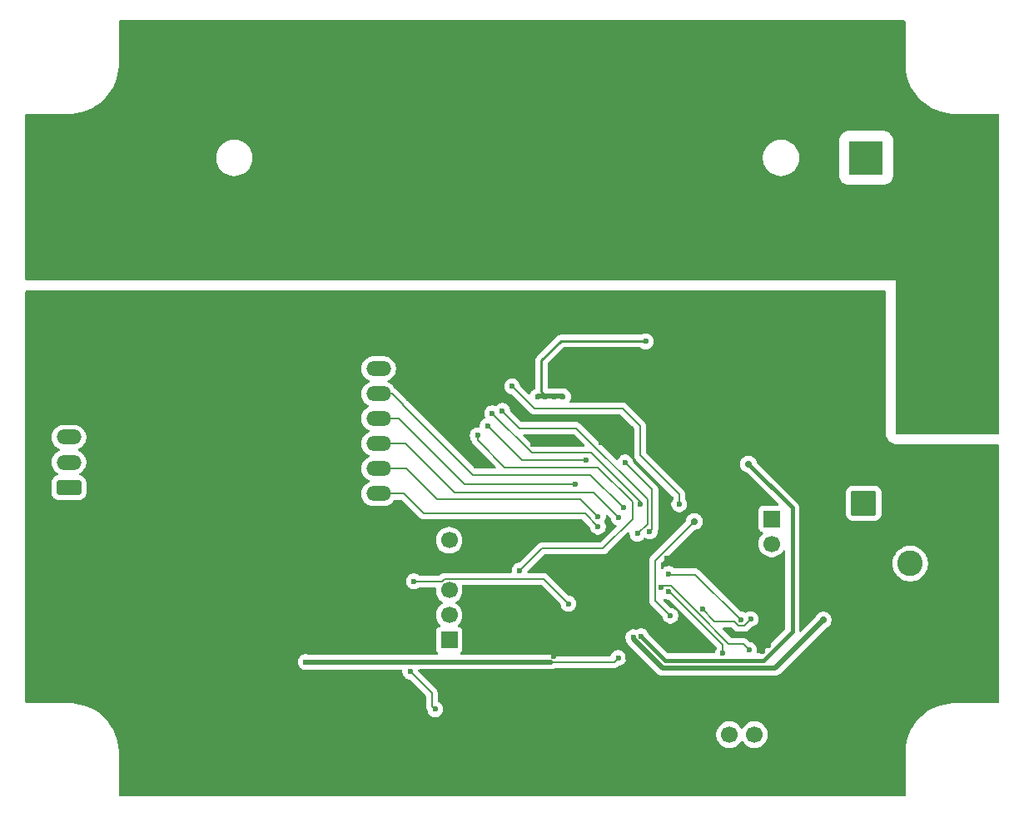
<source format=gbr>
%TF.GenerationSoftware,KiCad,Pcbnew,9.0.2*%
%TF.CreationDate,2025-09-25T15:04:07+05:00*%
%TF.ProjectId,Diplom,4469706c-6f6d-42e6-9b69-6361645f7063,rev?*%
%TF.SameCoordinates,Original*%
%TF.FileFunction,Copper,L2,Bot*%
%TF.FilePolarity,Positive*%
%FSLAX46Y46*%
G04 Gerber Fmt 4.6, Leading zero omitted, Abs format (unit mm)*
G04 Created by KiCad (PCBNEW 9.0.2) date 2025-09-25 15:04:07*
%MOMM*%
%LPD*%
G01*
G04 APERTURE LIST*
G04 Aperture macros list*
%AMRoundRect*
0 Rectangle with rounded corners*
0 $1 Rounding radius*
0 $2 $3 $4 $5 $6 $7 $8 $9 X,Y pos of 4 corners*
0 Add a 4 corners polygon primitive as box body*
4,1,4,$2,$3,$4,$5,$6,$7,$8,$9,$2,$3,0*
0 Add four circle primitives for the rounded corners*
1,1,$1+$1,$2,$3*
1,1,$1+$1,$4,$5*
1,1,$1+$1,$6,$7*
1,1,$1+$1,$8,$9*
0 Add four rect primitives between the rounded corners*
20,1,$1+$1,$2,$3,$4,$5,0*
20,1,$1+$1,$4,$5,$6,$7,0*
20,1,$1+$1,$6,$7,$8,$9,0*
20,1,$1+$1,$8,$9,$2,$3,0*%
G04 Aperture macros list end*
%TA.AperFunction,ComponentPad*%
%ADD10R,1.700000X1.700000*%
%TD*%
%TA.AperFunction,ComponentPad*%
%ADD11C,1.700000*%
%TD*%
%TA.AperFunction,ComponentPad*%
%ADD12RoundRect,0.250000X-1.050000X-1.050000X1.050000X-1.050000X1.050000X1.050000X-1.050000X1.050000X0*%
%TD*%
%TA.AperFunction,ComponentPad*%
%ADD13C,2.600000*%
%TD*%
%TA.AperFunction,ComponentPad*%
%ADD14O,2.540000X1.500000*%
%TD*%
%TA.AperFunction,ComponentPad*%
%ADD15RoundRect,0.250000X1.020000X0.500000X-1.020000X0.500000X-1.020000X-0.500000X1.020000X-0.500000X0*%
%TD*%
%TA.AperFunction,ComponentPad*%
%ADD16R,3.500000X3.500000*%
%TD*%
%TA.AperFunction,ComponentPad*%
%ADD17C,3.500000*%
%TD*%
%TA.AperFunction,ViaPad*%
%ADD18C,0.700000*%
%TD*%
%TA.AperFunction,ViaPad*%
%ADD19C,0.600000*%
%TD*%
%TA.AperFunction,Conductor*%
%ADD20C,0.200000*%
%TD*%
%TA.AperFunction,Conductor*%
%ADD21C,0.508000*%
%TD*%
%TA.AperFunction,Conductor*%
%ADD22C,0.254000*%
%TD*%
%TA.AperFunction,Conductor*%
%ADD23C,0.400000*%
%TD*%
G04 APERTURE END LIST*
D10*
%TO.P,J2,1,Pin_1*%
%TO.N,Net-(J2-Pin_1)*%
X93600000Y-89579999D03*
D11*
%TO.P,J2,2,Pin_2*%
%TO.N,Net-(J2-Pin_2)*%
X93600000Y-87039999D03*
%TO.P,J2,3,Pin_3*%
%TO.N,Net-(J2-Pin_3)*%
X93600000Y-84500000D03*
%TO.P,J2,4,Pin_4*%
%TO.N,GND*%
X93600000Y-81959999D03*
%TO.P,J2,5,Pin_5*%
%TO.N,+3V3*%
X93600000Y-79419999D03*
%TD*%
D12*
%TO.P,SC1,1,+*%
%TO.N,Net-(SC1-+)*%
X135760000Y-75650000D03*
D13*
%TO.P,SC1,2,-*%
%TO.N,GND*%
X140560001Y-75650000D03*
%TD*%
D14*
%TO.P,IC1,1,M0*%
%TO.N,/MCU/M1_LORA*%
X86419999Y-74680000D03*
%TO.P,IC1,2,M1*%
%TO.N,/MCU/M0_LORA*%
X86420000Y-72120000D03*
%TO.P,IC1,3,RXD*%
%TO.N,/MCU/USART1_TX_LORA*%
X86420000Y-69580000D03*
%TO.P,IC1,4,TXD*%
%TO.N,/MCU/USART1_RX_LORA*%
X86419999Y-67020000D03*
%TO.P,IC1,5,AUX*%
%TO.N,/MCU/AUX_LORA*%
X86420000Y-64520000D03*
%TO.P,IC1,6,VCC*%
%TO.N,+3V3*%
X86420000Y-61960000D03*
%TO.P,IC1,7,GND*%
%TO.N,GND*%
X86420000Y-59380000D03*
%TO.P,IC1,8,NC*%
%TO.N,unconnected-(IC1-NC-Pad8)*%
X54920000Y-68920000D03*
%TO.P,IC1,9,NC*%
%TO.N,unconnected-(IC1-NC-Pad9)*%
X54920000Y-71480000D03*
D15*
%TO.P,IC1,10,NC*%
%TO.N,unconnected-(IC1-NC-Pad10)*%
X54920000Y-74060000D03*
%TD*%
D16*
%TO.P,BT1,1,+*%
%TO.N,Net-(BT1-+)*%
X136000000Y-40500000D03*
D17*
%TO.P,BT1,2,-*%
%TO.N,Net-(BT1--)*%
X64000000Y-40500000D03*
%TD*%
D12*
%TO.P,Y5,1,1*%
%TO.N,GND*%
X135690000Y-81790000D03*
D13*
%TO.P,Y5,2,2*%
%TO.N,Net-(L6-Pad1)*%
X140490001Y-81790000D03*
%TD*%
D10*
%TO.P,J3,1,Pin_1*%
%TO.N,VDD_MCU*%
X126410000Y-77235000D03*
D11*
%TO.P,J3,2,Pin_2*%
%TO.N,/MCU/TEMT6000*%
X126410000Y-79775000D03*
%TD*%
D10*
%TO.P,J1,1,Pin_1*%
%TO.N,GND*%
X119560001Y-99200000D03*
D11*
%TO.P,J1,2,Pin_2*%
%TO.N,/MCU/USART2_TX*%
X122100001Y-99200000D03*
%TO.P,J1,3,Pin_3*%
%TO.N,/MCU/USART2_RX*%
X124640000Y-99200000D03*
%TD*%
D18*
%TO.N,Net-(BT1--)*%
X140670000Y-66050001D03*
X140079999Y-61590001D03*
%TO.N,GND*%
X96310000Y-93910000D03*
X124434252Y-57238849D03*
D19*
X109700000Y-97200000D03*
D18*
X137585000Y-58555001D03*
D19*
X111790000Y-61390000D03*
X118706252Y-65111249D03*
X108000000Y-79000000D03*
X118606252Y-63711249D03*
D18*
X123464252Y-56718849D03*
D19*
X107990000Y-61090000D03*
X118506252Y-64411250D03*
D18*
X104420000Y-99070000D03*
D19*
X95116400Y-100396300D03*
X104265251Y-90434749D03*
X103600000Y-79000000D03*
X112090600Y-69730599D03*
D18*
X137330000Y-59170000D03*
X115090000Y-96800000D03*
D19*
X111760000Y-91287500D03*
X76512500Y-97826250D03*
X84100001Y-80000000D03*
D18*
X114070000Y-96900000D03*
D19*
X78612500Y-101426250D03*
X107090000Y-60290000D03*
D18*
X124484252Y-56078849D03*
D19*
X115199650Y-68519849D03*
X126088650Y-90114000D03*
X114046400Y-69628999D03*
X94500000Y-65500000D03*
X116952250Y-68545249D03*
X112220000Y-86350000D03*
X109042600Y-69451199D03*
X109068000Y-67139799D03*
D18*
X110200000Y-84300000D03*
D19*
X121400000Y-83200000D03*
X89416400Y-101496300D03*
X116139450Y-68545249D03*
X105334200Y-69628999D03*
D18*
X137330000Y-59850001D03*
D19*
X108280000Y-84260000D03*
D18*
X116300000Y-96760000D03*
X137279999Y-65090001D03*
X106800000Y-97300000D03*
D19*
X109068000Y-68206599D03*
X107090000Y-61090000D03*
X112270000Y-84240000D03*
X119506251Y-65111249D03*
X118700000Y-79800000D03*
X115724030Y-81277056D03*
X112090600Y-68003399D03*
X112280000Y-82560000D03*
X70930000Y-82390000D03*
X103734000Y-69628999D03*
X102133800Y-69679799D03*
X72870000Y-82420000D03*
X110220000Y-82530000D03*
X100250000Y-59750000D03*
X110300000Y-103200000D03*
X120100000Y-81400000D03*
X123580000Y-74480000D03*
X110200000Y-86280000D03*
D18*
X103780000Y-101060000D03*
D19*
X107990000Y-60290000D03*
X104265251Y-91200000D03*
X125106251Y-63211249D03*
D18*
X137330000Y-60600000D03*
D19*
X108370000Y-86270000D03*
D18*
X92500000Y-56242501D03*
D19*
X125438650Y-90764001D03*
X108230000Y-82510000D03*
D18*
X136646600Y-67636601D03*
D19*
X103000000Y-86100000D03*
X119306252Y-64411249D03*
%TO.N,/MCU/NRST*%
X79000000Y-91801000D03*
X110800000Y-91397499D03*
%TO.N,+3V3*%
X105190000Y-64790000D03*
X104290000Y-64790000D03*
X113590000Y-59190000D03*
X103390000Y-64790000D03*
X102590000Y-64790000D03*
%TO.N,/MCU/TEMT6000*%
X116100000Y-87100000D03*
D18*
X118530000Y-77500000D03*
D19*
%TO.N,/MCU/I2C1_SCL*%
X89650000Y-92790000D03*
X92180000Y-96610000D03*
%TO.N,/MCU/AUX_LORA*%
X111300000Y-76080000D03*
%TO.N,/MCU/M1_LORA*%
X108739236Y-78040764D03*
%TO.N,/MCU/USART1_TX_LORA*%
X110840000Y-77120000D03*
%TO.N,/MCU/M0_LORA*%
X108720000Y-77050000D03*
%TO.N,/MCU/USART1_RX_LORA*%
X106410000Y-73750000D03*
%TO.N,/MCU/BOOT0*%
X90000000Y-83600000D03*
X105732106Y-85867894D03*
%TO.N,/MCU/PIEZO*%
X112325171Y-89283069D03*
D18*
X131639999Y-87541249D03*
%TO.N,/MCU/PV_CURRENT*%
X124040000Y-71660000D03*
D19*
X113119149Y-89185074D03*
%TO.N,/MCU/SCK*%
X119354185Y-86438065D03*
X124258650Y-87434000D03*
%TO.N,/MCU/F_CS*%
X115917650Y-84645499D03*
X121404050Y-90941400D03*
%TO.N,/MCU/N_HOLD*%
X123245343Y-87475507D03*
X115943050Y-82838800D03*
%TO.N,/MCU/AXEL_SCK*%
X97500000Y-67750000D03*
X111500000Y-71500000D03*
X107500000Y-71250000D03*
X114000000Y-78500000D03*
%TO.N,/MCU/AXEL_CS*%
X100750000Y-82500000D03*
X96500000Y-68750000D03*
%TO.N,/MCU/N_WP*%
X115155650Y-84244500D03*
X124121850Y-90585800D03*
%TO.N,/MCU/AXEL_SDA*%
X98000000Y-66500000D03*
X113000000Y-75750000D03*
%TO.N,/MCU/AXEL_INT*%
X100000000Y-63750000D03*
X117000000Y-75750000D03*
%TO.N,/MCU/AXEL_SDO*%
X112750000Y-78750000D03*
X99000000Y-66250000D03*
%TD*%
D20*
%TO.N,/MCU/AXEL_SCK*%
X111500000Y-71500000D02*
X114250000Y-74250000D01*
X114250000Y-78250000D02*
X114000000Y-78500000D01*
X114250000Y-74250000D02*
X114250000Y-78250000D01*
%TO.N,/MCU/NRST*%
X110800000Y-91397499D02*
X110396499Y-91801000D01*
X110396499Y-91801000D02*
X104016308Y-91801000D01*
D21*
X104005308Y-91790000D02*
X88911000Y-91790000D01*
D20*
X104016308Y-91801000D02*
X104005308Y-91790000D01*
X88911000Y-91790000D02*
X88900000Y-91801000D01*
D21*
X79000000Y-91801000D02*
X88900000Y-91801000D01*
D22*
%TO.N,+3V3*%
X113580000Y-59130000D02*
X104980000Y-59130000D01*
X102980000Y-61130000D02*
X102980000Y-64330000D01*
X104980000Y-59130000D02*
X102980000Y-61130000D01*
X102980000Y-64330000D02*
X103380000Y-64730000D01*
D21*
X102580000Y-64730000D02*
X105180000Y-64730000D01*
D20*
%TO.N,/MCU/TEMT6000*%
X114554650Y-81475350D02*
X118530000Y-77500000D01*
X118530000Y-77500000D02*
X118630000Y-77400000D01*
X114554650Y-85554650D02*
X114554650Y-81475350D01*
X116100000Y-87100000D02*
X114554650Y-85554650D01*
%TO.N,/MCU/I2C1_SCL*%
X89650000Y-92790000D02*
X91850000Y-94990000D01*
X91850000Y-96280000D02*
X92180000Y-96610000D01*
X89650000Y-92790000D02*
X89740000Y-92880000D01*
X91850000Y-94990000D02*
X91850000Y-96280000D01*
%TO.N,/MCU/AUX_LORA*%
X87780000Y-64520000D02*
X86420000Y-64520000D01*
X95990000Y-72740000D02*
X88880000Y-65630000D01*
X107960000Y-72740000D02*
X95990000Y-72740000D01*
X88880000Y-65620000D02*
X87780000Y-64520000D01*
X111300000Y-76080000D02*
X107960000Y-72740000D01*
X88880000Y-65630000D02*
X88880000Y-65620000D01*
%TO.N,/MCU/M1_LORA*%
X106790000Y-76710000D02*
X91040000Y-76710000D01*
X107408472Y-76710000D02*
X106790000Y-76710000D01*
X91040000Y-76710000D02*
X88990000Y-74660000D01*
X88990000Y-74660000D02*
X88970000Y-74680000D01*
X88970000Y-74680000D02*
X86419999Y-74680000D01*
X108739236Y-78040764D02*
X107408472Y-76710000D01*
%TO.N,/MCU/USART1_TX_LORA*%
X110840000Y-77120000D02*
X108310000Y-74590000D01*
X89150000Y-69580000D02*
X86420000Y-69580000D01*
X108310000Y-74590000D02*
X94160000Y-74590000D01*
X94160000Y-74590000D02*
X89150000Y-69580000D01*
%TO.N,/MCU/M0_LORA*%
X108720000Y-77050000D02*
X106910000Y-75240000D01*
X92330000Y-75240000D02*
X89210000Y-72120000D01*
X106910000Y-75240000D02*
X92330000Y-75240000D01*
X89210000Y-72120000D02*
X86420000Y-72120000D01*
%TO.N,/MCU/USART1_RX_LORA*%
X88460000Y-67020000D02*
X86419999Y-67020000D01*
X106360000Y-73700000D02*
X95140000Y-73700000D01*
X95140000Y-73700000D02*
X88460000Y-67020000D01*
X106410000Y-73750000D02*
X106360000Y-73700000D01*
%TO.N,/MCU/BOOT0*%
X92872240Y-83600000D02*
X90000000Y-83600000D01*
X93123240Y-83349000D02*
X92872240Y-83600000D01*
X103213212Y-83349000D02*
X93123240Y-83349000D01*
X105732106Y-85867894D02*
X103213212Y-83349000D01*
D21*
%TO.N,/MCU/PIEZO*%
X112325171Y-89283069D02*
X112325171Y-89458828D01*
X126760000Y-92420000D02*
X131638751Y-87541249D01*
X115286343Y-92420000D02*
X126760000Y-92420000D01*
X112325171Y-89458828D02*
X115286343Y-92420000D01*
X131638751Y-87541249D02*
X131639999Y-87541249D01*
D23*
%TO.N,/MCU/PV_CURRENT*%
X125551615Y-91642400D02*
X115576475Y-91642400D01*
X128490000Y-88704015D02*
X125551615Y-91642400D01*
X124040000Y-71660000D02*
X128490000Y-76110000D01*
X128490000Y-76110000D02*
X128490000Y-88704015D01*
X115576475Y-91642400D02*
X113119149Y-89185074D01*
D20*
%TO.N,/MCU/SCK*%
X120601671Y-87702200D02*
X122639694Y-87702200D01*
X122639694Y-87736450D02*
X122991751Y-88088507D01*
X119349536Y-86450065D02*
X120601671Y-87702200D01*
X123004658Y-88100000D02*
X123600000Y-88100000D01*
X123600000Y-88100000D02*
X124254001Y-87446000D01*
%TO.N,/MCU/F_CS*%
X121404050Y-90074050D02*
X121404050Y-90941400D01*
X115917650Y-84645499D02*
X115975499Y-84645499D01*
X115975499Y-84645499D02*
X121404050Y-90074050D01*
%TO.N,/MCU/N_HOLD*%
X118600000Y-82900000D02*
X123236707Y-87536707D01*
X115934414Y-82900000D02*
X118600000Y-82900000D01*
%TO.N,/MCU/AXEL_SCK*%
X107500000Y-71250000D02*
X101000000Y-71250000D01*
X101000000Y-71250000D02*
X97500000Y-67750000D01*
%TO.N,/MCU/AXEL_CS*%
X103000000Y-80250000D02*
X100750000Y-82500000D01*
X112250000Y-75500000D02*
X112250000Y-77250000D01*
X112250000Y-77250000D02*
X109250000Y-80250000D01*
X109250000Y-80250000D02*
X103000000Y-80250000D01*
X108750000Y-72000000D02*
X112250000Y-75500000D01*
X96500000Y-68750000D02*
X96500000Y-69250000D01*
X99250000Y-72000000D02*
X108750000Y-72000000D01*
X96500000Y-69250000D02*
X99250000Y-72000000D01*
%TO.N,/MCU/N_WP*%
X118753185Y-86687008D02*
X122036177Y-89970000D01*
X123506050Y-89970000D02*
X124121850Y-90585800D01*
X115355651Y-84044499D02*
X116166593Y-84044499D01*
X116166593Y-84044499D02*
X118753185Y-86631091D01*
X122036177Y-89970000D02*
X123506050Y-89970000D01*
X118753185Y-86631091D02*
X118753185Y-86687008D01*
X115155650Y-84244500D02*
X115355651Y-84044499D01*
%TO.N,/MCU/AXEL_SDA*%
X113000000Y-75750000D02*
X113000000Y-75500000D01*
X102000000Y-70500000D02*
X98000000Y-66500000D01*
X108000000Y-70500000D02*
X102000000Y-70500000D01*
X113000000Y-75500000D02*
X108000000Y-70500000D01*
%TO.N,/MCU/AXEL_INT*%
X117000000Y-74750000D02*
X117000000Y-75750000D01*
X113000000Y-70750000D02*
X117000000Y-74750000D01*
X100000000Y-63750000D02*
X102250000Y-66000000D01*
X111250000Y-66000000D02*
X113000000Y-67750000D01*
X105750000Y-66000000D02*
X111250000Y-66000000D01*
X102250000Y-66000000D02*
X105750000Y-66000000D01*
X113000000Y-67750000D02*
X113000000Y-70750000D01*
%TO.N,/MCU/AXEL_SDO*%
X100750000Y-68000000D02*
X106500000Y-68000000D01*
X106500000Y-68000000D02*
X113750000Y-75250000D01*
X113750000Y-75250000D02*
X113750000Y-77750000D01*
X113750000Y-77750000D02*
X112750000Y-78750000D01*
X99000000Y-66250000D02*
X100750000Y-68000000D01*
%TD*%
%TA.AperFunction,Conductor*%
%TO.N,Net-(BT1--)*%
G36*
X139943039Y-26520185D02*
G01*
X139988794Y-26572989D01*
X140000000Y-26624500D01*
X140000000Y-30999965D01*
X140002380Y-31218196D01*
X140002380Y-31218202D01*
X140040415Y-31652944D01*
X140040415Y-31652948D01*
X140116193Y-32082704D01*
X140116197Y-32082721D01*
X140229141Y-32504238D01*
X140378399Y-32914324D01*
X140562828Y-33309834D01*
X140562836Y-33309849D01*
X140781029Y-33687769D01*
X140781038Y-33687784D01*
X141031348Y-34045263D01*
X141245307Y-34300249D01*
X141311857Y-34379560D01*
X141620440Y-34688143D01*
X141739405Y-34787966D01*
X141954736Y-34968651D01*
X141954742Y-34968655D01*
X141954743Y-34968656D01*
X142312222Y-35218966D01*
X142666422Y-35423463D01*
X142690150Y-35437163D01*
X142690165Y-35437171D01*
X143085675Y-35621600D01*
X143392207Y-35733168D01*
X143495755Y-35770856D01*
X143495756Y-35770856D01*
X143495761Y-35770858D01*
X143628187Y-35806341D01*
X143917286Y-35883805D01*
X144347058Y-35959585D01*
X144781799Y-35997620D01*
X145000000Y-36000000D01*
X149375500Y-36000000D01*
X149442539Y-36019685D01*
X149488294Y-36072489D01*
X149499500Y-36124000D01*
X149499500Y-68522500D01*
X149479815Y-68589539D01*
X149427011Y-68635294D01*
X149375341Y-68646500D01*
X139123841Y-68633327D01*
X139056827Y-68613556D01*
X139011140Y-68560693D01*
X139000000Y-68509327D01*
X139000000Y-53000000D01*
X50624500Y-53000000D01*
X50557461Y-52980315D01*
X50511706Y-52927511D01*
X50500500Y-52876000D01*
X50500500Y-40378711D01*
X69894500Y-40378711D01*
X69894500Y-40621288D01*
X69926161Y-40861785D01*
X69988947Y-41096104D01*
X70081773Y-41320205D01*
X70081776Y-41320212D01*
X70203064Y-41530289D01*
X70203066Y-41530292D01*
X70203067Y-41530293D01*
X70350733Y-41722736D01*
X70350739Y-41722743D01*
X70522256Y-41894260D01*
X70522262Y-41894265D01*
X70714711Y-42041936D01*
X70924788Y-42163224D01*
X71148900Y-42256054D01*
X71383211Y-42318838D01*
X71563586Y-42342584D01*
X71623711Y-42350500D01*
X71623712Y-42350500D01*
X71866289Y-42350500D01*
X71914388Y-42344167D01*
X72106789Y-42318838D01*
X72341100Y-42256054D01*
X72565212Y-42163224D01*
X72775289Y-42041936D01*
X72967738Y-41894265D01*
X73139265Y-41722738D01*
X73286936Y-41530289D01*
X73408224Y-41320212D01*
X73501054Y-41096100D01*
X73563838Y-40861789D01*
X73595500Y-40621288D01*
X73595500Y-40378712D01*
X73595500Y-40378711D01*
X125504500Y-40378711D01*
X125504500Y-40621288D01*
X125536161Y-40861785D01*
X125598947Y-41096104D01*
X125691773Y-41320205D01*
X125691776Y-41320212D01*
X125813064Y-41530289D01*
X125813066Y-41530292D01*
X125813067Y-41530293D01*
X125960733Y-41722736D01*
X125960739Y-41722743D01*
X126132256Y-41894260D01*
X126132262Y-41894265D01*
X126324711Y-42041936D01*
X126534788Y-42163224D01*
X126758900Y-42256054D01*
X126993211Y-42318838D01*
X127173586Y-42342584D01*
X127233711Y-42350500D01*
X127233712Y-42350500D01*
X127476289Y-42350500D01*
X127524388Y-42344167D01*
X127716789Y-42318838D01*
X127951100Y-42256054D01*
X128175212Y-42163224D01*
X128385289Y-42041936D01*
X128577738Y-41894265D01*
X128749265Y-41722738D01*
X128896936Y-41530289D01*
X129018224Y-41320212D01*
X129111054Y-41096100D01*
X129173838Y-40861789D01*
X129205500Y-40621288D01*
X129205500Y-40378712D01*
X129173838Y-40138211D01*
X129111054Y-39903900D01*
X129018224Y-39679788D01*
X128896936Y-39469711D01*
X128749265Y-39277262D01*
X128749260Y-39277256D01*
X128577743Y-39105739D01*
X128577736Y-39105733D01*
X128385293Y-38958067D01*
X128385292Y-38958066D01*
X128385289Y-38958064D01*
X128175212Y-38836776D01*
X128175205Y-38836773D01*
X128095541Y-38803775D01*
X127951104Y-38743947D01*
X127757109Y-38691966D01*
X133249500Y-38691966D01*
X133249500Y-42308028D01*
X133249501Y-42308034D01*
X133260113Y-42427415D01*
X133316089Y-42623045D01*
X133316090Y-42623048D01*
X133316091Y-42623049D01*
X133410302Y-42803407D01*
X133410304Y-42803409D01*
X133538890Y-42961109D01*
X133632803Y-43037684D01*
X133696593Y-43089698D01*
X133876951Y-43183909D01*
X134072582Y-43239886D01*
X134191963Y-43250500D01*
X137808036Y-43250499D01*
X137927418Y-43239886D01*
X138123049Y-43183909D01*
X138303407Y-43089698D01*
X138461109Y-42961109D01*
X138589698Y-42803407D01*
X138683909Y-42623049D01*
X138739886Y-42427418D01*
X138750500Y-42308037D01*
X138750499Y-38691964D01*
X138739886Y-38572582D01*
X138683909Y-38376951D01*
X138589698Y-38196593D01*
X138537684Y-38132803D01*
X138461109Y-38038890D01*
X138303409Y-37910304D01*
X138303410Y-37910304D01*
X138303407Y-37910302D01*
X138123049Y-37816091D01*
X138123048Y-37816090D01*
X138123045Y-37816089D01*
X138005829Y-37782550D01*
X137927418Y-37760114D01*
X137927415Y-37760113D01*
X137927413Y-37760113D01*
X137861102Y-37754217D01*
X137808037Y-37749500D01*
X137808032Y-37749500D01*
X134191971Y-37749500D01*
X134191965Y-37749500D01*
X134191964Y-37749501D01*
X134180316Y-37750536D01*
X134072584Y-37760113D01*
X133876954Y-37816089D01*
X133786772Y-37863196D01*
X133696593Y-37910302D01*
X133696591Y-37910303D01*
X133696590Y-37910304D01*
X133538890Y-38038890D01*
X133410304Y-38196590D01*
X133316089Y-38376954D01*
X133260114Y-38572583D01*
X133260113Y-38572586D01*
X133253275Y-38649500D01*
X133250461Y-38681161D01*
X133249500Y-38691966D01*
X127757109Y-38691966D01*
X127757102Y-38691964D01*
X127716789Y-38681162D01*
X127716788Y-38681161D01*
X127716785Y-38681161D01*
X127476289Y-38649500D01*
X127476288Y-38649500D01*
X127233712Y-38649500D01*
X127233711Y-38649500D01*
X126993214Y-38681161D01*
X126758895Y-38743947D01*
X126534794Y-38836773D01*
X126534785Y-38836777D01*
X126324706Y-38958067D01*
X126132263Y-39105733D01*
X126132256Y-39105739D01*
X125960739Y-39277256D01*
X125960733Y-39277263D01*
X125813067Y-39469706D01*
X125691777Y-39679785D01*
X125691773Y-39679794D01*
X125598947Y-39903895D01*
X125536161Y-40138214D01*
X125504500Y-40378711D01*
X73595500Y-40378711D01*
X73563838Y-40138211D01*
X73501054Y-39903900D01*
X73408224Y-39679788D01*
X73286936Y-39469711D01*
X73139265Y-39277262D01*
X73139260Y-39277256D01*
X72967743Y-39105739D01*
X72967736Y-39105733D01*
X72775293Y-38958067D01*
X72775292Y-38958066D01*
X72775289Y-38958064D01*
X72565212Y-38836776D01*
X72565205Y-38836773D01*
X72341104Y-38743947D01*
X72147102Y-38691964D01*
X72106789Y-38681162D01*
X72106788Y-38681161D01*
X72106785Y-38681161D01*
X71866289Y-38649500D01*
X71866288Y-38649500D01*
X71623712Y-38649500D01*
X71623711Y-38649500D01*
X71383214Y-38681161D01*
X71148895Y-38743947D01*
X70924794Y-38836773D01*
X70924785Y-38836777D01*
X70714706Y-38958067D01*
X70522263Y-39105733D01*
X70522256Y-39105739D01*
X70350739Y-39277256D01*
X70350733Y-39277263D01*
X70203067Y-39469706D01*
X70081777Y-39679785D01*
X70081773Y-39679794D01*
X69988947Y-39903895D01*
X69926161Y-40138214D01*
X69894500Y-40378711D01*
X50500500Y-40378711D01*
X50500500Y-36124000D01*
X50520185Y-36056961D01*
X50572989Y-36011206D01*
X50624500Y-36000000D01*
X54999966Y-36000000D01*
X55000000Y-36000000D01*
X55218201Y-35997620D01*
X55652942Y-35959585D01*
X56082714Y-35883805D01*
X56504245Y-35770856D01*
X56914329Y-35621598D01*
X57309843Y-35437167D01*
X57687778Y-35218966D01*
X58045257Y-34968656D01*
X58379560Y-34688143D01*
X58688143Y-34379560D01*
X58968656Y-34045257D01*
X59218966Y-33687778D01*
X59437167Y-33309843D01*
X59621598Y-32914329D01*
X59770856Y-32504245D01*
X59883805Y-32082714D01*
X59959585Y-31652942D01*
X59997620Y-31218201D01*
X60000000Y-31000000D01*
X60000000Y-26624500D01*
X60019685Y-26557461D01*
X60072489Y-26511706D01*
X60124000Y-26500500D01*
X139876000Y-26500500D01*
X139943039Y-26520185D01*
G37*
%TD.AperFunction*%
%TD*%
%TA.AperFunction,Conductor*%
%TO.N,GND*%
G36*
X106266942Y-68620185D02*
G01*
X106287584Y-68636819D01*
X107338584Y-69687819D01*
X107372069Y-69749142D01*
X107367085Y-69818834D01*
X107325213Y-69874767D01*
X107259749Y-69899184D01*
X107250903Y-69899500D01*
X102300097Y-69899500D01*
X102233058Y-69879815D01*
X102212416Y-69863181D01*
X101161416Y-68812181D01*
X101127931Y-68750858D01*
X101132915Y-68681166D01*
X101174787Y-68625233D01*
X101240251Y-68600816D01*
X101249097Y-68600500D01*
X106199903Y-68600500D01*
X106266942Y-68620185D01*
G37*
%TD.AperFunction*%
%TA.AperFunction,Conductor*%
G36*
X137937539Y-54025185D02*
G01*
X137983294Y-54077989D01*
X137994500Y-54129500D01*
X137994500Y-68509351D01*
X137994559Y-68520266D01*
X137994560Y-68520278D01*
X138017344Y-68722442D01*
X138028483Y-68773803D01*
X138028483Y-68773805D01*
X138052757Y-68864886D01*
X138133606Y-69051574D01*
X138133608Y-69051577D01*
X138133609Y-69051579D01*
X138250387Y-69218176D01*
X138296074Y-69271039D01*
X138415041Y-69387598D01*
X138583992Y-69500944D01*
X138772301Y-69577960D01*
X138817783Y-69591378D01*
X138839331Y-69597736D01*
X138893185Y-69611224D01*
X138920170Y-69617983D01*
X139122549Y-69638826D01*
X149374049Y-69651999D01*
X149374899Y-69651994D01*
X149442031Y-69671352D01*
X149488042Y-69723933D01*
X149499500Y-69775993D01*
X149499500Y-95876000D01*
X149479815Y-95943039D01*
X149427011Y-95988794D01*
X149375500Y-96000000D01*
X145000000Y-96000000D01*
X144781799Y-96002380D01*
X144781797Y-96002380D01*
X144347055Y-96040415D01*
X144347051Y-96040415D01*
X143917295Y-96116193D01*
X143917278Y-96116197D01*
X143495761Y-96229141D01*
X143085675Y-96378399D01*
X142690165Y-96562828D01*
X142690150Y-96562836D01*
X142312230Y-96781029D01*
X142312215Y-96781038D01*
X141954736Y-97031348D01*
X141620437Y-97311859D01*
X141311859Y-97620437D01*
X141031348Y-97954736D01*
X140781038Y-98312215D01*
X140781029Y-98312230D01*
X140562836Y-98690150D01*
X140562828Y-98690165D01*
X140378399Y-99085675D01*
X140229141Y-99495761D01*
X140116197Y-99917278D01*
X140116193Y-99917295D01*
X140040415Y-100347051D01*
X140040415Y-100347055D01*
X140002380Y-100781797D01*
X140002380Y-100781803D01*
X140000000Y-101000034D01*
X140000000Y-105375500D01*
X139980315Y-105442539D01*
X139927511Y-105488294D01*
X139876000Y-105499500D01*
X60124000Y-105499500D01*
X60056961Y-105479815D01*
X60011206Y-105427011D01*
X60000000Y-105375500D01*
X60000000Y-101000034D01*
X60000000Y-101000000D01*
X59997620Y-100781799D01*
X59959585Y-100347058D01*
X59883805Y-99917286D01*
X59770856Y-99495755D01*
X59718028Y-99350611D01*
X59638188Y-99131251D01*
X59624526Y-99093713D01*
X120749501Y-99093713D01*
X120749501Y-99306287D01*
X120782755Y-99516243D01*
X120830001Y-99661652D01*
X120848445Y-99718414D01*
X120944952Y-99907820D01*
X121069891Y-100079786D01*
X121220214Y-100230109D01*
X121392180Y-100355048D01*
X121392182Y-100355049D01*
X121392185Y-100355051D01*
X121581589Y-100451557D01*
X121783758Y-100517246D01*
X121993714Y-100550500D01*
X121993715Y-100550500D01*
X122206287Y-100550500D01*
X122206288Y-100550500D01*
X122416244Y-100517246D01*
X122618413Y-100451557D01*
X122807817Y-100355051D01*
X122829790Y-100339086D01*
X122979787Y-100230109D01*
X122979789Y-100230106D01*
X122979793Y-100230104D01*
X123130105Y-100079792D01*
X123130107Y-100079788D01*
X123130110Y-100079786D01*
X123248172Y-99917286D01*
X123255052Y-99907816D01*
X123259513Y-99899058D01*
X123307484Y-99848262D01*
X123375304Y-99831464D01*
X123441441Y-99853998D01*
X123480484Y-99899054D01*
X123484949Y-99907817D01*
X123609890Y-100079786D01*
X123760213Y-100230109D01*
X123932179Y-100355048D01*
X123932181Y-100355049D01*
X123932184Y-100355051D01*
X124121588Y-100451557D01*
X124323757Y-100517246D01*
X124533713Y-100550500D01*
X124533714Y-100550500D01*
X124746286Y-100550500D01*
X124746287Y-100550500D01*
X124956243Y-100517246D01*
X125158412Y-100451557D01*
X125347816Y-100355051D01*
X125369789Y-100339086D01*
X125519786Y-100230109D01*
X125519788Y-100230106D01*
X125519792Y-100230104D01*
X125670104Y-100079792D01*
X125670106Y-100079788D01*
X125670109Y-100079786D01*
X125788171Y-99917286D01*
X125795051Y-99907816D01*
X125891557Y-99718412D01*
X125957246Y-99516243D01*
X125990500Y-99306287D01*
X125990500Y-99093713D01*
X125957246Y-98883757D01*
X125891557Y-98681588D01*
X125795051Y-98492184D01*
X125795049Y-98492181D01*
X125795048Y-98492179D01*
X125670109Y-98320213D01*
X125519786Y-98169890D01*
X125347820Y-98044951D01*
X125158414Y-97948444D01*
X125158413Y-97948443D01*
X125158412Y-97948443D01*
X124956243Y-97882754D01*
X124956241Y-97882753D01*
X124956240Y-97882753D01*
X124794957Y-97857208D01*
X124746287Y-97849500D01*
X124533713Y-97849500D01*
X124485042Y-97857208D01*
X124323760Y-97882753D01*
X124121585Y-97948444D01*
X123932179Y-98044951D01*
X123760213Y-98169890D01*
X123609890Y-98320213D01*
X123484948Y-98492183D01*
X123480482Y-98500949D01*
X123432506Y-98551742D01*
X123364684Y-98568535D01*
X123298550Y-98545995D01*
X123259514Y-98500942D01*
X123255049Y-98492179D01*
X123130110Y-98320213D01*
X122979787Y-98169890D01*
X122807821Y-98044951D01*
X122618415Y-97948444D01*
X122618414Y-97948443D01*
X122618413Y-97948443D01*
X122416244Y-97882754D01*
X122416242Y-97882753D01*
X122416241Y-97882753D01*
X122254958Y-97857208D01*
X122206288Y-97849500D01*
X121993714Y-97849500D01*
X121945043Y-97857208D01*
X121783761Y-97882753D01*
X121581586Y-97948444D01*
X121392180Y-98044951D01*
X121220214Y-98169890D01*
X121069891Y-98320213D01*
X120944952Y-98492179D01*
X120848445Y-98681585D01*
X120782754Y-98883760D01*
X120750775Y-99085671D01*
X120749501Y-99093713D01*
X59624526Y-99093713D01*
X59621600Y-99085674D01*
X59437171Y-98690165D01*
X59437163Y-98690150D01*
X59353935Y-98545995D01*
X59218966Y-98312222D01*
X58968656Y-97954743D01*
X58968655Y-97954742D01*
X58968651Y-97954736D01*
X58688140Y-97620437D01*
X58379562Y-97311859D01*
X58045263Y-97031348D01*
X57687784Y-96781038D01*
X57687781Y-96781036D01*
X57687778Y-96781034D01*
X57458597Y-96648716D01*
X57309849Y-96562836D01*
X57309834Y-96562828D01*
X56914324Y-96378399D01*
X56504238Y-96229141D01*
X56082721Y-96116197D01*
X56082724Y-96116197D01*
X56082714Y-96116195D01*
X56082708Y-96116193D01*
X56082704Y-96116193D01*
X55652946Y-96040415D01*
X55363114Y-96015058D01*
X55218201Y-96002380D01*
X55000000Y-96000000D01*
X54999966Y-96000000D01*
X50624500Y-96000000D01*
X50557461Y-95980315D01*
X50511706Y-95927511D01*
X50500500Y-95876000D01*
X50500500Y-91722153D01*
X78199500Y-91722153D01*
X78199500Y-91879846D01*
X78230261Y-92034489D01*
X78230264Y-92034501D01*
X78290602Y-92180172D01*
X78290609Y-92180185D01*
X78378210Y-92311288D01*
X78378213Y-92311292D01*
X78489707Y-92422786D01*
X78489711Y-92422789D01*
X78620814Y-92510390D01*
X78620827Y-92510397D01*
X78752503Y-92564938D01*
X78766503Y-92570737D01*
X78921153Y-92601499D01*
X78921156Y-92601500D01*
X78921158Y-92601500D01*
X79078844Y-92601500D01*
X79078845Y-92601499D01*
X79211136Y-92575185D01*
X79233488Y-92570739D01*
X79233489Y-92570738D01*
X79233497Y-92570737D01*
X79247498Y-92564937D01*
X79294947Y-92555500D01*
X88729368Y-92555500D01*
X88796407Y-92575185D01*
X88842162Y-92627989D01*
X88852106Y-92697147D01*
X88850988Y-92703676D01*
X88849500Y-92711158D01*
X88849500Y-92711159D01*
X88849500Y-92868846D01*
X88880261Y-93023489D01*
X88880264Y-93023501D01*
X88940602Y-93169172D01*
X88940609Y-93169185D01*
X89028210Y-93300288D01*
X89028213Y-93300292D01*
X89139707Y-93411786D01*
X89139711Y-93411789D01*
X89270814Y-93499390D01*
X89270827Y-93499397D01*
X89416498Y-93559735D01*
X89416503Y-93559737D01*
X89481147Y-93572595D01*
X89571849Y-93590638D01*
X89633760Y-93623023D01*
X89635339Y-93624574D01*
X91213181Y-95202416D01*
X91246666Y-95263739D01*
X91249500Y-95290097D01*
X91249500Y-96193330D01*
X91249499Y-96193348D01*
X91249499Y-96359054D01*
X91249498Y-96359054D01*
X91290423Y-96511785D01*
X91301605Y-96531153D01*
X91319358Y-96561900D01*
X91319360Y-96561904D01*
X91355153Y-96623902D01*
X91363405Y-96638196D01*
X91377793Y-96682970D01*
X91378311Y-96682868D01*
X91379204Y-96687361D01*
X91379418Y-96688025D01*
X91379497Y-96688834D01*
X91410261Y-96843489D01*
X91410264Y-96843501D01*
X91470602Y-96989172D01*
X91470609Y-96989185D01*
X91558210Y-97120288D01*
X91558213Y-97120292D01*
X91669707Y-97231786D01*
X91669711Y-97231789D01*
X91800814Y-97319390D01*
X91800827Y-97319397D01*
X91946498Y-97379735D01*
X91946503Y-97379737D01*
X92101153Y-97410499D01*
X92101156Y-97410500D01*
X92101158Y-97410500D01*
X92258844Y-97410500D01*
X92258845Y-97410499D01*
X92413497Y-97379737D01*
X92559179Y-97319394D01*
X92690289Y-97231789D01*
X92801789Y-97120289D01*
X92889394Y-96989179D01*
X92949737Y-96843497D01*
X92980500Y-96688842D01*
X92980500Y-96531158D01*
X92980500Y-96531155D01*
X92980499Y-96531153D01*
X92976646Y-96511785D01*
X92949737Y-96376503D01*
X92942511Y-96359057D01*
X92889397Y-96230827D01*
X92889390Y-96230814D01*
X92801789Y-96099711D01*
X92801786Y-96099707D01*
X92690292Y-95988213D01*
X92690288Y-95988210D01*
X92559185Y-95900609D01*
X92559179Y-95900606D01*
X92527046Y-95887296D01*
X92472643Y-95843454D01*
X92450579Y-95777160D01*
X92450500Y-95772735D01*
X92450500Y-95079059D01*
X92450501Y-95079046D01*
X92450501Y-94910945D01*
X92450501Y-94910943D01*
X92409577Y-94758215D01*
X92380639Y-94708095D01*
X92330520Y-94621284D01*
X92218716Y-94509480D01*
X92218715Y-94509479D01*
X92214385Y-94505149D01*
X92214374Y-94505139D01*
X90484574Y-92775339D01*
X90475511Y-92758743D01*
X90462380Y-92745134D01*
X90451972Y-92715634D01*
X90451089Y-92714016D01*
X90450638Y-92711851D01*
X90446827Y-92692693D01*
X90453054Y-92623101D01*
X90495916Y-92567923D01*
X90561806Y-92544678D01*
X90568444Y-92544500D01*
X104079621Y-92544500D01*
X104079622Y-92544499D01*
X104225388Y-92515505D01*
X104362698Y-92458629D01*
X104416922Y-92422397D01*
X104483598Y-92401520D01*
X104485812Y-92401500D01*
X110309830Y-92401500D01*
X110309846Y-92401501D01*
X110317442Y-92401501D01*
X110475553Y-92401501D01*
X110475556Y-92401501D01*
X110628284Y-92360577D01*
X110678403Y-92331639D01*
X110765215Y-92281520D01*
X110821280Y-92225454D01*
X110828807Y-92219911D01*
X110853197Y-92211029D01*
X110875983Y-92198587D01*
X110878152Y-92198136D01*
X110878841Y-92197999D01*
X110878842Y-92197999D01*
X111033497Y-92167236D01*
X111179179Y-92106893D01*
X111310289Y-92019288D01*
X111421789Y-91907788D01*
X111509394Y-91776678D01*
X111569737Y-91630996D01*
X111600500Y-91476341D01*
X111600500Y-91318657D01*
X111600500Y-91318654D01*
X111600499Y-91318652D01*
X111572840Y-91179603D01*
X111569737Y-91164002D01*
X111552079Y-91121371D01*
X111509397Y-91018326D01*
X111509390Y-91018313D01*
X111421789Y-90887210D01*
X111421786Y-90887206D01*
X111310292Y-90775712D01*
X111310288Y-90775709D01*
X111179185Y-90688108D01*
X111179172Y-90688101D01*
X111033501Y-90627763D01*
X111033489Y-90627760D01*
X110878845Y-90596999D01*
X110878842Y-90596999D01*
X110721158Y-90596999D01*
X110721155Y-90596999D01*
X110566510Y-90627760D01*
X110566498Y-90627763D01*
X110420827Y-90688101D01*
X110420814Y-90688108D01*
X110289711Y-90775709D01*
X110289707Y-90775712D01*
X110178213Y-90887206D01*
X110178210Y-90887210D01*
X110090609Y-91018313D01*
X110090602Y-91018326D01*
X110046852Y-91123952D01*
X110003012Y-91178356D01*
X109936718Y-91200421D01*
X109932291Y-91200500D01*
X104518739Y-91200500D01*
X104451700Y-91180815D01*
X104449849Y-91179603D01*
X104426493Y-91163997D01*
X104362698Y-91121371D01*
X104290839Y-91091606D01*
X104225388Y-91064495D01*
X104225380Y-91064493D01*
X104079624Y-91035500D01*
X104079620Y-91035500D01*
X94848877Y-91035500D01*
X94781838Y-91015815D01*
X94736083Y-90963011D01*
X94726139Y-90893853D01*
X94755164Y-90830297D01*
X94774561Y-90812237D01*
X94807546Y-90787545D01*
X94893796Y-90672330D01*
X94944091Y-90537482D01*
X94950500Y-90477872D01*
X94950499Y-89204222D01*
X111524671Y-89204222D01*
X111524671Y-89361915D01*
X111555431Y-89516557D01*
X111555434Y-89516567D01*
X111573730Y-89560737D01*
X111580786Y-89583996D01*
X111590259Y-89631616D01*
X111590259Y-89631618D01*
X111599664Y-89678900D01*
X111599667Y-89678912D01*
X111606482Y-89695363D01*
X111656539Y-89816213D01*
X111656543Y-89816220D01*
X111739113Y-89939796D01*
X111739114Y-89939797D01*
X114695943Y-92896624D01*
X114695964Y-92896647D01*
X114805372Y-93006055D01*
X114805375Y-93006057D01*
X114805377Y-93006059D01*
X114887948Y-93061230D01*
X114928954Y-93088630D01*
X115009388Y-93121946D01*
X115066263Y-93145505D01*
X115066272Y-93145506D01*
X115066273Y-93145507D01*
X115090446Y-93150315D01*
X115090453Y-93150316D01*
X115212029Y-93174501D01*
X115212031Y-93174501D01*
X115366769Y-93174501D01*
X115366789Y-93174500D01*
X126679554Y-93174500D01*
X126679574Y-93174501D01*
X126685688Y-93174501D01*
X126834314Y-93174501D01*
X126871009Y-93167200D01*
X126955894Y-93150315D01*
X126980080Y-93145505D01*
X127036955Y-93121946D01*
X127117389Y-93088630D01*
X127240966Y-93006059D01*
X131870431Y-88376591D01*
X131910656Y-88349714D01*
X131936476Y-88339019D01*
X132042862Y-88294952D01*
X132182161Y-88201875D01*
X132300625Y-88083411D01*
X132393702Y-87944112D01*
X132457815Y-87789331D01*
X132490499Y-87625016D01*
X132490499Y-87457482D01*
X132457815Y-87293167D01*
X132396974Y-87146285D01*
X132393703Y-87138388D01*
X132300625Y-86999086D01*
X132182161Y-86880622D01*
X132042859Y-86787544D01*
X131888081Y-86723433D01*
X131888073Y-86723431D01*
X131723770Y-86690749D01*
X131723766Y-86690749D01*
X131556232Y-86690749D01*
X131556227Y-86690749D01*
X131391924Y-86723431D01*
X131391916Y-86723433D01*
X131237138Y-86787544D01*
X131097836Y-86880622D01*
X130979372Y-86999086D01*
X130886294Y-87138388D01*
X130886292Y-87138392D01*
X130833298Y-87266328D01*
X130806419Y-87306555D01*
X129402181Y-88710793D01*
X129340858Y-88744278D01*
X129271166Y-88739294D01*
X129215233Y-88697422D01*
X129190816Y-88631958D01*
X129190500Y-88623112D01*
X129190500Y-81671995D01*
X138689501Y-81671995D01*
X138689501Y-81908004D01*
X138689502Y-81908020D01*
X138718648Y-82129409D01*
X138720308Y-82142014D01*
X138740404Y-82217013D01*
X138781395Y-82369993D01*
X138871715Y-82588045D01*
X138871720Y-82588056D01*
X138918975Y-82669902D01*
X138989728Y-82792450D01*
X138989730Y-82792453D01*
X138989731Y-82792454D01*
X139133407Y-82979697D01*
X139133413Y-82979704D01*
X139300296Y-83146587D01*
X139300302Y-83146592D01*
X139487551Y-83290273D01*
X139618919Y-83366118D01*
X139691944Y-83408280D01*
X139691949Y-83408282D01*
X139691952Y-83408284D01*
X139910008Y-83498606D01*
X140137987Y-83559693D01*
X140371990Y-83590500D01*
X140371997Y-83590500D01*
X140608005Y-83590500D01*
X140608012Y-83590500D01*
X140842015Y-83559693D01*
X141069994Y-83498606D01*
X141288050Y-83408284D01*
X141492451Y-83290273D01*
X141679700Y-83146592D01*
X141846593Y-82979699D01*
X141990274Y-82792450D01*
X142108285Y-82588049D01*
X142198607Y-82369993D01*
X142259694Y-82142014D01*
X142290501Y-81908011D01*
X142290501Y-81671989D01*
X142259694Y-81437986D01*
X142198607Y-81210007D01*
X142108285Y-80991951D01*
X142108283Y-80991948D01*
X142108281Y-80991943D01*
X142028254Y-80853334D01*
X141990274Y-80787550D01*
X141846593Y-80600301D01*
X141846588Y-80600295D01*
X141679705Y-80433412D01*
X141679698Y-80433406D01*
X141492455Y-80289730D01*
X141492454Y-80289729D01*
X141492451Y-80289727D01*
X141410958Y-80242677D01*
X141288057Y-80171719D01*
X141288046Y-80171714D01*
X141069994Y-80081394D01*
X140842011Y-80020306D01*
X140608021Y-79989501D01*
X140608018Y-79989500D01*
X140608012Y-79989500D01*
X140371990Y-79989500D01*
X140371984Y-79989500D01*
X140371980Y-79989501D01*
X140137990Y-80020306D01*
X139910007Y-80081394D01*
X139691955Y-80171714D01*
X139691944Y-80171719D01*
X139487546Y-80289730D01*
X139300303Y-80433406D01*
X139300296Y-80433412D01*
X139133413Y-80600295D01*
X139133407Y-80600302D01*
X138989731Y-80787545D01*
X138871720Y-80991943D01*
X138871715Y-80991954D01*
X138781395Y-81210006D01*
X138720307Y-81437989D01*
X138689502Y-81671979D01*
X138689501Y-81671995D01*
X129190500Y-81671995D01*
X129190500Y-76041004D01*
X129163581Y-75905676D01*
X129163580Y-75905674D01*
X129163580Y-75905672D01*
X129157465Y-75890909D01*
X129154832Y-75884552D01*
X129154810Y-75884501D01*
X129154810Y-75884500D01*
X129136585Y-75840500D01*
X129131756Y-75828842D01*
X129110778Y-75778194D01*
X129110771Y-75778182D01*
X129034115Y-75663459D01*
X129004481Y-75633825D01*
X128936542Y-75565886D01*
X127920639Y-74549983D01*
X133959500Y-74549983D01*
X133959500Y-76750001D01*
X133959501Y-76750018D01*
X133970000Y-76852796D01*
X133970001Y-76852799D01*
X134009118Y-76970844D01*
X134025186Y-77019334D01*
X134117288Y-77168656D01*
X134241344Y-77292712D01*
X134390666Y-77384814D01*
X134557203Y-77439999D01*
X134659991Y-77450500D01*
X136860008Y-77450499D01*
X136962797Y-77439999D01*
X137129334Y-77384814D01*
X137278656Y-77292712D01*
X137402712Y-77168656D01*
X137494814Y-77019334D01*
X137549999Y-76852797D01*
X137560500Y-76750009D01*
X137560499Y-74549992D01*
X137549999Y-74447203D01*
X137494814Y-74280666D01*
X137402712Y-74131344D01*
X137278656Y-74007288D01*
X137129334Y-73915186D01*
X136962797Y-73860001D01*
X136962795Y-73860000D01*
X136860010Y-73849500D01*
X134659998Y-73849500D01*
X134659981Y-73849501D01*
X134557203Y-73860000D01*
X134557200Y-73860001D01*
X134390668Y-73915185D01*
X134390663Y-73915187D01*
X134241342Y-74007289D01*
X134117289Y-74131342D01*
X134025187Y-74280663D01*
X134025186Y-74280666D01*
X133970001Y-74447203D01*
X133970001Y-74447204D01*
X133970000Y-74447204D01*
X133959500Y-74549983D01*
X127920639Y-74549983D01*
X124903096Y-71532439D01*
X124869611Y-71471116D01*
X124869174Y-71469021D01*
X124857816Y-71411918D01*
X124808227Y-71292201D01*
X124793704Y-71257139D01*
X124700626Y-71117837D01*
X124582162Y-70999373D01*
X124442860Y-70906295D01*
X124288082Y-70842184D01*
X124288074Y-70842182D01*
X124123771Y-70809500D01*
X124123767Y-70809500D01*
X123956233Y-70809500D01*
X123956228Y-70809500D01*
X123791925Y-70842182D01*
X123791917Y-70842184D01*
X123637139Y-70906295D01*
X123497837Y-70999373D01*
X123379373Y-71117837D01*
X123286295Y-71257139D01*
X123222184Y-71411917D01*
X123222182Y-71411925D01*
X123189500Y-71576228D01*
X123189500Y-71743771D01*
X123222182Y-71908074D01*
X123222184Y-71908082D01*
X123286295Y-72062860D01*
X123379373Y-72202162D01*
X123497837Y-72320626D01*
X123590494Y-72382537D01*
X123637137Y-72413703D01*
X123791918Y-72477816D01*
X123848950Y-72489160D01*
X123910859Y-72521544D01*
X123912439Y-72523096D01*
X127062162Y-75672819D01*
X127095647Y-75734142D01*
X127090663Y-75803834D01*
X127048791Y-75859767D01*
X126983327Y-75884184D01*
X126974481Y-75884500D01*
X125512129Y-75884500D01*
X125512123Y-75884501D01*
X125452516Y-75890908D01*
X125317671Y-75941202D01*
X125317664Y-75941206D01*
X125202455Y-76027452D01*
X125202452Y-76027455D01*
X125116206Y-76142664D01*
X125116202Y-76142671D01*
X125065908Y-76277517D01*
X125059501Y-76337116D01*
X125059500Y-76337135D01*
X125059500Y-78132870D01*
X125059501Y-78132876D01*
X125065908Y-78192483D01*
X125116202Y-78327328D01*
X125116206Y-78327335D01*
X125202452Y-78442544D01*
X125202455Y-78442547D01*
X125317664Y-78528793D01*
X125317671Y-78528797D01*
X125449082Y-78577810D01*
X125505016Y-78619681D01*
X125529433Y-78685145D01*
X125514582Y-78753418D01*
X125493431Y-78781673D01*
X125379889Y-78895215D01*
X125254951Y-79067179D01*
X125158444Y-79256585D01*
X125158443Y-79256587D01*
X125158443Y-79256588D01*
X125154171Y-79269735D01*
X125092753Y-79458760D01*
X125059500Y-79668713D01*
X125059500Y-79881286D01*
X125081518Y-80020306D01*
X125092754Y-80091243D01*
X125118902Y-80171719D01*
X125158444Y-80293414D01*
X125254951Y-80482820D01*
X125379890Y-80654786D01*
X125530213Y-80805109D01*
X125702179Y-80930048D01*
X125702181Y-80930049D01*
X125702184Y-80930051D01*
X125891588Y-81026557D01*
X126093757Y-81092246D01*
X126303713Y-81125500D01*
X126303714Y-81125500D01*
X126516286Y-81125500D01*
X126516287Y-81125500D01*
X126726243Y-81092246D01*
X126928412Y-81026557D01*
X127117816Y-80930051D01*
X127227308Y-80850501D01*
X127289786Y-80805109D01*
X127289788Y-80805106D01*
X127289792Y-80805104D01*
X127440104Y-80654792D01*
X127565051Y-80482816D01*
X127565052Y-80482812D01*
X127565181Y-80482636D01*
X127620511Y-80439970D01*
X127690124Y-80433991D01*
X127751920Y-80466596D01*
X127786277Y-80527435D01*
X127789500Y-80555521D01*
X127789500Y-88362496D01*
X127769815Y-88429535D01*
X127753181Y-88450177D01*
X125297777Y-90905581D01*
X125270849Y-90920284D01*
X125245031Y-90936877D01*
X125238830Y-90937768D01*
X125236454Y-90939066D01*
X125210096Y-90941900D01*
X125018294Y-90941900D01*
X124951255Y-90922215D01*
X124905500Y-90869411D01*
X124895556Y-90800253D01*
X124896677Y-90793708D01*
X124922350Y-90664644D01*
X124922350Y-90506955D01*
X124922349Y-90506953D01*
X124891588Y-90352310D01*
X124891587Y-90352303D01*
X124862241Y-90281454D01*
X124831247Y-90206627D01*
X124831240Y-90206614D01*
X124743639Y-90075511D01*
X124743636Y-90075507D01*
X124632142Y-89964013D01*
X124632138Y-89964010D01*
X124501035Y-89876409D01*
X124501022Y-89876402D01*
X124355351Y-89816064D01*
X124355341Y-89816061D01*
X124199999Y-89785161D01*
X124183242Y-89776395D01*
X124164764Y-89772376D01*
X124139727Y-89753633D01*
X124138088Y-89752776D01*
X124136510Y-89751225D01*
X123993640Y-89608355D01*
X123993638Y-89608352D01*
X123874767Y-89489481D01*
X123874766Y-89489480D01*
X123787954Y-89439360D01*
X123787954Y-89439359D01*
X123787950Y-89439358D01*
X123737835Y-89410423D01*
X123585107Y-89369499D01*
X123426993Y-89369499D01*
X123419397Y-89369499D01*
X123419381Y-89369500D01*
X122336274Y-89369500D01*
X122269235Y-89349815D01*
X122248593Y-89333181D01*
X121429793Y-88514381D01*
X121396308Y-88453058D01*
X121401292Y-88383366D01*
X121443164Y-88327433D01*
X121508628Y-88303016D01*
X121517474Y-88302700D01*
X122305347Y-88302700D01*
X122372386Y-88322385D01*
X122393027Y-88339018D01*
X122529684Y-88475676D01*
X122623364Y-88569356D01*
X122634860Y-88579438D01*
X122635942Y-88580520D01*
X122635944Y-88580521D01*
X122635948Y-88580524D01*
X122709714Y-88623112D01*
X122772874Y-88659577D01*
X122925601Y-88700500D01*
X123520942Y-88700500D01*
X123679057Y-88700501D01*
X123831784Y-88659577D01*
X123968716Y-88580520D01*
X124282489Y-88266746D01*
X124343810Y-88233263D01*
X124345953Y-88232816D01*
X124492147Y-88203737D01*
X124637829Y-88143394D01*
X124768939Y-88055789D01*
X124880439Y-87944289D01*
X124968044Y-87813179D01*
X124969614Y-87809390D01*
X125028385Y-87667501D01*
X125028387Y-87667497D01*
X125059150Y-87512842D01*
X125059150Y-87355158D01*
X125059150Y-87355155D01*
X125059149Y-87355153D01*
X125049482Y-87306555D01*
X125028387Y-87200503D01*
X125028385Y-87200498D01*
X124968047Y-87054827D01*
X124968040Y-87054814D01*
X124880439Y-86923711D01*
X124880436Y-86923707D01*
X124768942Y-86812213D01*
X124768938Y-86812210D01*
X124637835Y-86724609D01*
X124637822Y-86724602D01*
X124492151Y-86664264D01*
X124492139Y-86664261D01*
X124337495Y-86633500D01*
X124337492Y-86633500D01*
X124179808Y-86633500D01*
X124179805Y-86633500D01*
X124025160Y-86664261D01*
X124025148Y-86664264D01*
X123879477Y-86724602D01*
X123879464Y-86724609D01*
X123789828Y-86784503D01*
X123723150Y-86805381D01*
X123655770Y-86786896D01*
X123652047Y-86784504D01*
X123624526Y-86766115D01*
X123624515Y-86766109D01*
X123478844Y-86705771D01*
X123478832Y-86705768D01*
X123324188Y-86675007D01*
X123324185Y-86675007D01*
X123275604Y-86675007D01*
X123208565Y-86655322D01*
X123187923Y-86638688D01*
X119087590Y-82538355D01*
X119087588Y-82538352D01*
X118968717Y-82419481D01*
X118968716Y-82419480D01*
X118881904Y-82369360D01*
X118881904Y-82369359D01*
X118881900Y-82369358D01*
X118831785Y-82340423D01*
X118679057Y-82299499D01*
X118520943Y-82299499D01*
X118513347Y-82299499D01*
X118513331Y-82299500D01*
X116587190Y-82299500D01*
X116520151Y-82279815D01*
X116499508Y-82263180D01*
X116453342Y-82217013D01*
X116453338Y-82217010D01*
X116322235Y-82129409D01*
X116322222Y-82129402D01*
X116176551Y-82069064D01*
X116176539Y-82069061D01*
X116021895Y-82038300D01*
X116021892Y-82038300D01*
X115864208Y-82038300D01*
X115864205Y-82038300D01*
X115709560Y-82069061D01*
X115709548Y-82069064D01*
X115563877Y-82129402D01*
X115563864Y-82129409D01*
X115432761Y-82217010D01*
X115432757Y-82217013D01*
X115366831Y-82282940D01*
X115305508Y-82316425D01*
X115235816Y-82311441D01*
X115179883Y-82269569D01*
X115155466Y-82204105D01*
X115155150Y-82195259D01*
X115155150Y-81775447D01*
X115174835Y-81708408D01*
X115191469Y-81687766D01*
X118492416Y-78386819D01*
X118553739Y-78353334D01*
X118580097Y-78350500D01*
X118613768Y-78350500D01*
X118613769Y-78350499D01*
X118778082Y-78317816D01*
X118932863Y-78253703D01*
X119072162Y-78160626D01*
X119190626Y-78042162D01*
X119283703Y-77902863D01*
X119347816Y-77748082D01*
X119380500Y-77583767D01*
X119380500Y-77416233D01*
X119347816Y-77251918D01*
X119283703Y-77097137D01*
X119231718Y-77019336D01*
X119190626Y-76957837D01*
X119072162Y-76839373D01*
X118932860Y-76746295D01*
X118778082Y-76682184D01*
X118778074Y-76682182D01*
X118613771Y-76649500D01*
X118613767Y-76649500D01*
X118446233Y-76649500D01*
X118446228Y-76649500D01*
X118281925Y-76682182D01*
X118281917Y-76682184D01*
X118127139Y-76746295D01*
X117987837Y-76839373D01*
X117869373Y-76957837D01*
X117776295Y-77097139D01*
X117712184Y-77251917D01*
X117712182Y-77251925D01*
X117679500Y-77416228D01*
X117679500Y-77449902D01*
X117659815Y-77516941D01*
X117643181Y-77537583D01*
X114074131Y-81106632D01*
X114074129Y-81106635D01*
X114024011Y-81193444D01*
X114024009Y-81193446D01*
X113995075Y-81243559D01*
X113995074Y-81243560D01*
X113995073Y-81243565D01*
X113954149Y-81396293D01*
X113954149Y-81396295D01*
X113954149Y-81564396D01*
X113954150Y-81564409D01*
X113954150Y-85467980D01*
X113954149Y-85467998D01*
X113954149Y-85633704D01*
X113954148Y-85633704D01*
X113995073Y-85786436D01*
X114010157Y-85812560D01*
X114010158Y-85812565D01*
X114010160Y-85812565D01*
X114074129Y-85923364D01*
X114074131Y-85923367D01*
X114192999Y-86042235D01*
X114193005Y-86042240D01*
X115265425Y-87114660D01*
X115298910Y-87175983D01*
X115299361Y-87178149D01*
X115330261Y-87333491D01*
X115330264Y-87333501D01*
X115390602Y-87479172D01*
X115390609Y-87479185D01*
X115478210Y-87610288D01*
X115478213Y-87610292D01*
X115589707Y-87721786D01*
X115589711Y-87721789D01*
X115720814Y-87809390D01*
X115720827Y-87809397D01*
X115866498Y-87869735D01*
X115866503Y-87869737D01*
X116021153Y-87900499D01*
X116021156Y-87900500D01*
X116021158Y-87900500D01*
X116178844Y-87900500D01*
X116178845Y-87900499D01*
X116333497Y-87869737D01*
X116479179Y-87809394D01*
X116610289Y-87721789D01*
X116721789Y-87610289D01*
X116809394Y-87479179D01*
X116869737Y-87333497D01*
X116900500Y-87178842D01*
X116900500Y-87021158D01*
X116900500Y-87021155D01*
X116900499Y-87021153D01*
X116896110Y-86999086D01*
X116869737Y-86866503D01*
X116869735Y-86866498D01*
X116809397Y-86720827D01*
X116809390Y-86720814D01*
X116725891Y-86595850D01*
X116725890Y-86595849D01*
X116721789Y-86589711D01*
X116610289Y-86478211D01*
X116604150Y-86474109D01*
X116604148Y-86474107D01*
X116479185Y-86390609D01*
X116479172Y-86390602D01*
X116333501Y-86330264D01*
X116333491Y-86330261D01*
X116178149Y-86299361D01*
X116116238Y-86266976D01*
X116114660Y-86265425D01*
X115408514Y-85559279D01*
X115375029Y-85497956D01*
X115380013Y-85428264D01*
X115421885Y-85372331D01*
X115487349Y-85347914D01*
X115543646Y-85357036D01*
X115684153Y-85415236D01*
X115838803Y-85445998D01*
X115838806Y-85445999D01*
X115838808Y-85445999D01*
X115875402Y-85445999D01*
X115942441Y-85465684D01*
X115963083Y-85482318D01*
X120762219Y-90281454D01*
X120795704Y-90342777D01*
X120790720Y-90412469D01*
X120777640Y-90438026D01*
X120694659Y-90562214D01*
X120694652Y-90562227D01*
X120634314Y-90707898D01*
X120634311Y-90707910D01*
X120607621Y-90842091D01*
X120575236Y-90904002D01*
X120514521Y-90938576D01*
X120486004Y-90941900D01*
X115917994Y-90941900D01*
X115850955Y-90922215D01*
X115830313Y-90905581D01*
X113915220Y-88990488D01*
X113888340Y-88950259D01*
X113828546Y-88805901D01*
X113828539Y-88805888D01*
X113740938Y-88674785D01*
X113740935Y-88674781D01*
X113629441Y-88563287D01*
X113629437Y-88563284D01*
X113498334Y-88475683D01*
X113498321Y-88475676D01*
X113352650Y-88415338D01*
X113352638Y-88415335D01*
X113197994Y-88384574D01*
X113197991Y-88384574D01*
X113040307Y-88384574D01*
X113040304Y-88384574D01*
X112885659Y-88415335D01*
X112885647Y-88415338D01*
X112739971Y-88475678D01*
X112739969Y-88475679D01*
X112690909Y-88508460D01*
X112624231Y-88529337D01*
X112574568Y-88519918D01*
X112558669Y-88513332D01*
X112558659Y-88513329D01*
X112404016Y-88482569D01*
X112404013Y-88482569D01*
X112246329Y-88482569D01*
X112246326Y-88482569D01*
X112091681Y-88513330D01*
X112091669Y-88513333D01*
X111945998Y-88573671D01*
X111945985Y-88573678D01*
X111814882Y-88661279D01*
X111814878Y-88661282D01*
X111703384Y-88772776D01*
X111703381Y-88772780D01*
X111615780Y-88903883D01*
X111615773Y-88903896D01*
X111555435Y-89049567D01*
X111555432Y-89049579D01*
X111524671Y-89204222D01*
X94950499Y-89204222D01*
X94950499Y-88682127D01*
X94944091Y-88622516D01*
X94921999Y-88563285D01*
X94893797Y-88487670D01*
X94893793Y-88487663D01*
X94807547Y-88372454D01*
X94807544Y-88372451D01*
X94692335Y-88286205D01*
X94692328Y-88286201D01*
X94560917Y-88237188D01*
X94504983Y-88195317D01*
X94480566Y-88129852D01*
X94495418Y-88061579D01*
X94516563Y-88033331D01*
X94630104Y-87919791D01*
X94644121Y-87900499D01*
X94755048Y-87747819D01*
X94755047Y-87747819D01*
X94755051Y-87747815D01*
X94851557Y-87558411D01*
X94917246Y-87356242D01*
X94950500Y-87146286D01*
X94950500Y-86933712D01*
X94917246Y-86723756D01*
X94851557Y-86521587D01*
X94755051Y-86332183D01*
X94755049Y-86332180D01*
X94755048Y-86332178D01*
X94630109Y-86160212D01*
X94479786Y-86009889D01*
X94307817Y-85884948D01*
X94299054Y-85880483D01*
X94248258Y-85832508D01*
X94231464Y-85764687D01*
X94254002Y-85698552D01*
X94299058Y-85659513D01*
X94307816Y-85655051D01*
X94439636Y-85559279D01*
X94479786Y-85530109D01*
X94479788Y-85530106D01*
X94479792Y-85530104D01*
X94630104Y-85379792D01*
X94630106Y-85379788D01*
X94630109Y-85379786D01*
X94755048Y-85207820D01*
X94755047Y-85207820D01*
X94755051Y-85207816D01*
X94851557Y-85018412D01*
X94917246Y-84816243D01*
X94950500Y-84606287D01*
X94950500Y-84393713D01*
X94917246Y-84183757D01*
X94893870Y-84111816D01*
X94891876Y-84041977D01*
X94927956Y-83982144D01*
X94990657Y-83951316D01*
X95011802Y-83949500D01*
X102913115Y-83949500D01*
X102980154Y-83969185D01*
X103000796Y-83985819D01*
X104897531Y-85882554D01*
X104931016Y-85943877D01*
X104931467Y-85946043D01*
X104962367Y-86101385D01*
X104962370Y-86101395D01*
X105022708Y-86247066D01*
X105022715Y-86247079D01*
X105110316Y-86378182D01*
X105110319Y-86378186D01*
X105221813Y-86489680D01*
X105221817Y-86489683D01*
X105352920Y-86577284D01*
X105352933Y-86577291D01*
X105488636Y-86633500D01*
X105498609Y-86637631D01*
X105653259Y-86668393D01*
X105653262Y-86668394D01*
X105653264Y-86668394D01*
X105810950Y-86668394D01*
X105810951Y-86668393D01*
X105965603Y-86637631D01*
X106111285Y-86577288D01*
X106242395Y-86489683D01*
X106353895Y-86378183D01*
X106441500Y-86247073D01*
X106501843Y-86101391D01*
X106532606Y-85946736D01*
X106532606Y-85789052D01*
X106532606Y-85789049D01*
X106532605Y-85789047D01*
X106528816Y-85769999D01*
X106501843Y-85634397D01*
X106501556Y-85633704D01*
X106441503Y-85488721D01*
X106441496Y-85488708D01*
X106353895Y-85357605D01*
X106353892Y-85357601D01*
X106242398Y-85246107D01*
X106242394Y-85246104D01*
X106111291Y-85158503D01*
X106111278Y-85158496D01*
X105965607Y-85098158D01*
X105965597Y-85098155D01*
X105810255Y-85067255D01*
X105748344Y-85034870D01*
X105746766Y-85033319D01*
X103700802Y-82987355D01*
X103700800Y-82987352D01*
X103581929Y-82868481D01*
X103581921Y-82868475D01*
X103477394Y-82808127D01*
X103477391Y-82808126D01*
X103444999Y-82789424D01*
X103444998Y-82789423D01*
X103444997Y-82789423D01*
X103292269Y-82748499D01*
X103134155Y-82748499D01*
X103126559Y-82748499D01*
X103126543Y-82748500D01*
X101667848Y-82748500D01*
X101647636Y-82742565D01*
X101626599Y-82741438D01*
X101614783Y-82732918D01*
X101600809Y-82728815D01*
X101587014Y-82712895D01*
X101569925Y-82700573D01*
X101564591Y-82687017D01*
X101555054Y-82676011D01*
X101552055Y-82655160D01*
X101544342Y-82635556D01*
X101545670Y-82610752D01*
X101545110Y-82606853D01*
X101546230Y-82600312D01*
X101550637Y-82578153D01*
X101583020Y-82516241D01*
X101584515Y-82514719D01*
X103212417Y-80886819D01*
X103273740Y-80853334D01*
X103300098Y-80850500D01*
X109163331Y-80850500D01*
X109163347Y-80850501D01*
X109170943Y-80850501D01*
X109329054Y-80850501D01*
X109329057Y-80850501D01*
X109481785Y-80809577D01*
X109531904Y-80780639D01*
X109618716Y-80730520D01*
X109730520Y-80618716D01*
X109730520Y-80618714D01*
X109740728Y-80608507D01*
X109740729Y-80608504D01*
X111737819Y-78611415D01*
X111799142Y-78577931D01*
X111868834Y-78582915D01*
X111924767Y-78624787D01*
X111949184Y-78690251D01*
X111949500Y-78699097D01*
X111949500Y-78828846D01*
X111980261Y-78983489D01*
X111980264Y-78983501D01*
X112040602Y-79129172D01*
X112040609Y-79129185D01*
X112128210Y-79260288D01*
X112128213Y-79260292D01*
X112239707Y-79371786D01*
X112239711Y-79371789D01*
X112370814Y-79459390D01*
X112370827Y-79459397D01*
X112516498Y-79519735D01*
X112516503Y-79519737D01*
X112671153Y-79550499D01*
X112671156Y-79550500D01*
X112671158Y-79550500D01*
X112828844Y-79550500D01*
X112828845Y-79550499D01*
X112983497Y-79519737D01*
X113129179Y-79459394D01*
X113260289Y-79371789D01*
X113371789Y-79260289D01*
X113403274Y-79213167D01*
X113456884Y-79168363D01*
X113526209Y-79159654D01*
X113575267Y-79178956D01*
X113620821Y-79209394D01*
X113620823Y-79209395D01*
X113620827Y-79209397D01*
X113766498Y-79269735D01*
X113766503Y-79269737D01*
X113921153Y-79300499D01*
X113921156Y-79300500D01*
X113921158Y-79300500D01*
X114078844Y-79300500D01*
X114078845Y-79300499D01*
X114233497Y-79269737D01*
X114379179Y-79209394D01*
X114510289Y-79121789D01*
X114621789Y-79010289D01*
X114709394Y-78879179D01*
X114769737Y-78733497D01*
X114800500Y-78578842D01*
X114800500Y-78528362D01*
X114804958Y-78495413D01*
X114807926Y-78484642D01*
X114809577Y-78481784D01*
X114839534Y-78369981D01*
X114850500Y-78329058D01*
X114850500Y-78170943D01*
X114850500Y-74170943D01*
X114845858Y-74153616D01*
X114809577Y-74018215D01*
X114779652Y-73966384D01*
X114730520Y-73881284D01*
X114618716Y-73769480D01*
X114618715Y-73769479D01*
X114614385Y-73765149D01*
X114614374Y-73765139D01*
X112334574Y-71485339D01*
X112322296Y-71462855D01*
X112306668Y-71442554D01*
X112301474Y-71424722D01*
X112301089Y-71424016D01*
X112301124Y-71423519D01*
X112300638Y-71421849D01*
X112277465Y-71305354D01*
X112269737Y-71266503D01*
X112265858Y-71257137D01*
X112209397Y-71120827D01*
X112209390Y-71120814D01*
X112121789Y-70989711D01*
X112121786Y-70989707D01*
X112010292Y-70878213D01*
X112010288Y-70878210D01*
X111879185Y-70790609D01*
X111879172Y-70790602D01*
X111733501Y-70730264D01*
X111733489Y-70730261D01*
X111578845Y-70699500D01*
X111578842Y-70699500D01*
X111421158Y-70699500D01*
X111421155Y-70699500D01*
X111266510Y-70730261D01*
X111266498Y-70730264D01*
X111120827Y-70790602D01*
X111120814Y-70790609D01*
X110989711Y-70878210D01*
X110989707Y-70878213D01*
X110878213Y-70989707D01*
X110878210Y-70989711D01*
X110790609Y-71120814D01*
X110790601Y-71120829D01*
X110767735Y-71176032D01*
X110723893Y-71230435D01*
X110657599Y-71252499D01*
X110589900Y-71235219D01*
X110565494Y-71216259D01*
X106987590Y-67638355D01*
X106987588Y-67638352D01*
X106868717Y-67519481D01*
X106868716Y-67519480D01*
X106781904Y-67469360D01*
X106781904Y-67469359D01*
X106781900Y-67469358D01*
X106731785Y-67440423D01*
X106579057Y-67399499D01*
X106420943Y-67399499D01*
X106413347Y-67399499D01*
X106413331Y-67399500D01*
X101050098Y-67399500D01*
X100983059Y-67379815D01*
X100962417Y-67363181D01*
X99834573Y-66235337D01*
X99801088Y-66174014D01*
X99800637Y-66171847D01*
X99790486Y-66120814D01*
X99769737Y-66016503D01*
X99762370Y-65998718D01*
X99709397Y-65870827D01*
X99709390Y-65870814D01*
X99621789Y-65739711D01*
X99621786Y-65739707D01*
X99510292Y-65628213D01*
X99510288Y-65628210D01*
X99379185Y-65540609D01*
X99379172Y-65540602D01*
X99233501Y-65480264D01*
X99233489Y-65480261D01*
X99078845Y-65449500D01*
X99078842Y-65449500D01*
X98921158Y-65449500D01*
X98921155Y-65449500D01*
X98766510Y-65480261D01*
X98766498Y-65480264D01*
X98620827Y-65540602D01*
X98620814Y-65540609D01*
X98489711Y-65628210D01*
X98489707Y-65628213D01*
X98401092Y-65716829D01*
X98339769Y-65750314D01*
X98270077Y-65745330D01*
X98265959Y-65743709D01*
X98233498Y-65730263D01*
X98233488Y-65730260D01*
X98078845Y-65699500D01*
X98078842Y-65699500D01*
X97921158Y-65699500D01*
X97921155Y-65699500D01*
X97766510Y-65730261D01*
X97766498Y-65730264D01*
X97620827Y-65790602D01*
X97620814Y-65790609D01*
X97489711Y-65878210D01*
X97489707Y-65878213D01*
X97378213Y-65989707D01*
X97378210Y-65989711D01*
X97290609Y-66120814D01*
X97290602Y-66120827D01*
X97230264Y-66266498D01*
X97230261Y-66266510D01*
X97199500Y-66421153D01*
X97199500Y-66578846D01*
X97230261Y-66733489D01*
X97230264Y-66733501D01*
X97275362Y-66842377D01*
X97282831Y-66911846D01*
X97251556Y-66974325D01*
X97208254Y-67004390D01*
X97120823Y-67040604D01*
X97120814Y-67040609D01*
X96989711Y-67128210D01*
X96989707Y-67128213D01*
X96878213Y-67239707D01*
X96878210Y-67239711D01*
X96790609Y-67370814D01*
X96790602Y-67370827D01*
X96730264Y-67516498D01*
X96730261Y-67516510D01*
X96699500Y-67671153D01*
X96699500Y-67825500D01*
X96679815Y-67892539D01*
X96627011Y-67938294D01*
X96575500Y-67949500D01*
X96421155Y-67949500D01*
X96266510Y-67980261D01*
X96266498Y-67980264D01*
X96120827Y-68040602D01*
X96120814Y-68040609D01*
X95989711Y-68128210D01*
X95989707Y-68128213D01*
X95878213Y-68239707D01*
X95878210Y-68239711D01*
X95790609Y-68370814D01*
X95790602Y-68370827D01*
X95730264Y-68516498D01*
X95730261Y-68516510D01*
X95699500Y-68671153D01*
X95699500Y-68828846D01*
X95730261Y-68983489D01*
X95730264Y-68983501D01*
X95790602Y-69129172D01*
X95790609Y-69129185D01*
X95878601Y-69260873D01*
X95894845Y-69296110D01*
X95899499Y-69312614D01*
X95899499Y-69329057D01*
X95940423Y-69481785D01*
X95945922Y-69491309D01*
X95953674Y-69504737D01*
X95953675Y-69504738D01*
X96019477Y-69618712D01*
X96019481Y-69618717D01*
X96138349Y-69737585D01*
X96138355Y-69737590D01*
X98328584Y-71927819D01*
X98362069Y-71989142D01*
X98357085Y-72058834D01*
X98315213Y-72114767D01*
X98249749Y-72139184D01*
X98240903Y-72139500D01*
X96290097Y-72139500D01*
X96223058Y-72119815D01*
X96202416Y-72103181D01*
X89385726Y-65286491D01*
X89382783Y-65283446D01*
X89373106Y-65273085D01*
X89360520Y-65251284D01*
X89248716Y-65139480D01*
X89248713Y-65139478D01*
X88267590Y-64158355D01*
X88267588Y-64158352D01*
X88148718Y-64039482D01*
X88148716Y-64039480D01*
X88134239Y-64031121D01*
X88109566Y-64016876D01*
X88061352Y-63966308D01*
X88061083Y-63965785D01*
X88009523Y-63864594D01*
X88000010Y-63851500D01*
X87893828Y-63705354D01*
X87859627Y-63671153D01*
X99199500Y-63671153D01*
X99199500Y-63828846D01*
X99230261Y-63983489D01*
X99230264Y-63983501D01*
X99290602Y-64129172D01*
X99290609Y-64129185D01*
X99378210Y-64260288D01*
X99378213Y-64260292D01*
X99489707Y-64371786D01*
X99489711Y-64371789D01*
X99620814Y-64459390D01*
X99620827Y-64459397D01*
X99722199Y-64501386D01*
X99766503Y-64519737D01*
X99831147Y-64532595D01*
X99921849Y-64550638D01*
X99983760Y-64583023D01*
X99985338Y-64584573D01*
X101881284Y-66480520D01*
X101881286Y-66480521D01*
X101881290Y-66480524D01*
X101984255Y-66539970D01*
X102018216Y-66559577D01*
X102170943Y-66600501D01*
X102170945Y-66600501D01*
X102336654Y-66600501D01*
X102336670Y-66600500D01*
X105670943Y-66600500D01*
X110949903Y-66600500D01*
X111016942Y-66620185D01*
X111037584Y-66636819D01*
X112363181Y-67962416D01*
X112396666Y-68023739D01*
X112399500Y-68050097D01*
X112399500Y-70663330D01*
X112399499Y-70663348D01*
X112399499Y-70829054D01*
X112399498Y-70829054D01*
X112418586Y-70900291D01*
X112440423Y-70981785D01*
X112460468Y-71016503D01*
X112499809Y-71084645D01*
X112519479Y-71118715D01*
X112638349Y-71237585D01*
X112638355Y-71237590D01*
X116363181Y-74962416D01*
X116396666Y-75023739D01*
X116399500Y-75050097D01*
X116399500Y-75170234D01*
X116379815Y-75237273D01*
X116378602Y-75239125D01*
X116290609Y-75370814D01*
X116290602Y-75370827D01*
X116230264Y-75516498D01*
X116230261Y-75516510D01*
X116199500Y-75671153D01*
X116199500Y-75828846D01*
X116230261Y-75983489D01*
X116230264Y-75983501D01*
X116290602Y-76129172D01*
X116290609Y-76129185D01*
X116378210Y-76260288D01*
X116378213Y-76260292D01*
X116489707Y-76371786D01*
X116489711Y-76371789D01*
X116620814Y-76459390D01*
X116620827Y-76459397D01*
X116766498Y-76519735D01*
X116766503Y-76519737D01*
X116921153Y-76550499D01*
X116921156Y-76550500D01*
X116921158Y-76550500D01*
X117078844Y-76550500D01*
X117078845Y-76550499D01*
X117233497Y-76519737D01*
X117379179Y-76459394D01*
X117510289Y-76371789D01*
X117621789Y-76260289D01*
X117709394Y-76129179D01*
X117769737Y-75983497D01*
X117800500Y-75828842D01*
X117800500Y-75671158D01*
X117800500Y-75671155D01*
X117800499Y-75671153D01*
X117798968Y-75663458D01*
X117769737Y-75516503D01*
X117769735Y-75516498D01*
X117709397Y-75370827D01*
X117709390Y-75370814D01*
X117621398Y-75239125D01*
X117600520Y-75172447D01*
X117600500Y-75170234D01*
X117600500Y-74670944D01*
X117600499Y-74670938D01*
X117597288Y-74658954D01*
X117594755Y-74649500D01*
X117559577Y-74518215D01*
X117517179Y-74444780D01*
X117480520Y-74381284D01*
X117368716Y-74269480D01*
X117368715Y-74269479D01*
X117364385Y-74265149D01*
X117364374Y-74265139D01*
X113636819Y-70537584D01*
X113603334Y-70476261D01*
X113600500Y-70449903D01*
X113600500Y-67839060D01*
X113600501Y-67839047D01*
X113600501Y-67670944D01*
X113600114Y-67669500D01*
X113559577Y-67518216D01*
X113491037Y-67399500D01*
X113480524Y-67381290D01*
X113480518Y-67381282D01*
X111737590Y-65638355D01*
X111737588Y-65638352D01*
X111618717Y-65519481D01*
X111618716Y-65519480D01*
X111531904Y-65469360D01*
X111531904Y-65469359D01*
X111531900Y-65469358D01*
X111481785Y-65440423D01*
X111329057Y-65399499D01*
X111170943Y-65399499D01*
X111163347Y-65399499D01*
X111163331Y-65399500D01*
X105977487Y-65399500D01*
X105910448Y-65379815D01*
X105864693Y-65327011D01*
X105854749Y-65257853D01*
X105874384Y-65206610D01*
X105899391Y-65169183D01*
X105899394Y-65169179D01*
X105959737Y-65023497D01*
X105990500Y-64868842D01*
X105990500Y-64711158D01*
X105990500Y-64711155D01*
X105990499Y-64711153D01*
X105987033Y-64693730D01*
X105959737Y-64556503D01*
X105957308Y-64550638D01*
X105899397Y-64410827D01*
X105899390Y-64410814D01*
X105811789Y-64279711D01*
X105811786Y-64279707D01*
X105700292Y-64168213D01*
X105700288Y-64168210D01*
X105569182Y-64080607D01*
X105563813Y-64077738D01*
X105563982Y-64077421D01*
X105551130Y-64070551D01*
X105537390Y-64061371D01*
X105537389Y-64061370D01*
X105537387Y-64061369D01*
X105400080Y-64004495D01*
X105400072Y-64004493D01*
X105254316Y-63975500D01*
X105254312Y-63975500D01*
X103731500Y-63975500D01*
X103664461Y-63955815D01*
X103618706Y-63903011D01*
X103607500Y-63851500D01*
X103607500Y-61441281D01*
X103627185Y-61374242D01*
X103643819Y-61353600D01*
X105203600Y-59793819D01*
X105264923Y-59760334D01*
X105291281Y-59757500D01*
X112974059Y-59757500D01*
X113041098Y-59777185D01*
X113061740Y-59793819D01*
X113079707Y-59811786D01*
X113079711Y-59811789D01*
X113210814Y-59899390D01*
X113210827Y-59899397D01*
X113356498Y-59959735D01*
X113356503Y-59959737D01*
X113511153Y-59990499D01*
X113511156Y-59990500D01*
X113511158Y-59990500D01*
X113668844Y-59990500D01*
X113668845Y-59990499D01*
X113823497Y-59959737D01*
X113969179Y-59899394D01*
X114100289Y-59811789D01*
X114211789Y-59700289D01*
X114299394Y-59569179D01*
X114359737Y-59423497D01*
X114390500Y-59268842D01*
X114390500Y-59111158D01*
X114390500Y-59111155D01*
X114390499Y-59111153D01*
X114359738Y-58956510D01*
X114359737Y-58956503D01*
X114359735Y-58956498D01*
X114299397Y-58810827D01*
X114299390Y-58810814D01*
X114211789Y-58679711D01*
X114211786Y-58679707D01*
X114100292Y-58568213D01*
X114100288Y-58568210D01*
X113969185Y-58480609D01*
X113969172Y-58480602D01*
X113823501Y-58420264D01*
X113823489Y-58420261D01*
X113668845Y-58389500D01*
X113668842Y-58389500D01*
X113511158Y-58389500D01*
X113511155Y-58389500D01*
X113356510Y-58420261D01*
X113356498Y-58420264D01*
X113210828Y-58480602D01*
X113210814Y-58480610D01*
X113209327Y-58481604D01*
X113208429Y-58481885D01*
X113205447Y-58483479D01*
X113205144Y-58482913D01*
X113142649Y-58502480D01*
X113140439Y-58502500D01*
X104918195Y-58502500D01*
X104796970Y-58526613D01*
X104796960Y-58526616D01*
X104682773Y-58573913D01*
X104682760Y-58573920D01*
X104579992Y-58642588D01*
X104579988Y-58642591D01*
X102579992Y-60642589D01*
X102513081Y-60709500D01*
X102492589Y-60729992D01*
X102423916Y-60832769D01*
X102410061Y-60866214D01*
X102410062Y-60866215D01*
X102376614Y-60946965D01*
X102354230Y-61059500D01*
X102354229Y-61059502D01*
X102354229Y-61059504D01*
X102352500Y-61068194D01*
X102352500Y-63924714D01*
X102332815Y-63991753D01*
X102280011Y-64037508D01*
X102275953Y-64039275D01*
X102222608Y-64061371D01*
X102099035Y-64143939D01*
X102099028Y-64143945D01*
X101993944Y-64249029D01*
X101993938Y-64249036D01*
X101990758Y-64253796D01*
X101975346Y-64272574D01*
X101968218Y-64279702D01*
X101968211Y-64279710D01*
X101880609Y-64410815D01*
X101880604Y-64410824D01*
X101843092Y-64501386D01*
X101799251Y-64555790D01*
X101732956Y-64577854D01*
X101665257Y-64560574D01*
X101640850Y-64541614D01*
X100834573Y-63735337D01*
X100801088Y-63674014D01*
X100800637Y-63671847D01*
X100769738Y-63516510D01*
X100769737Y-63516503D01*
X100742388Y-63450476D01*
X100709397Y-63370827D01*
X100709390Y-63370814D01*
X100621789Y-63239711D01*
X100621786Y-63239707D01*
X100510292Y-63128213D01*
X100510288Y-63128210D01*
X100379185Y-63040609D01*
X100379172Y-63040602D01*
X100233501Y-62980264D01*
X100233489Y-62980261D01*
X100078845Y-62949500D01*
X100078842Y-62949500D01*
X99921158Y-62949500D01*
X99921155Y-62949500D01*
X99766510Y-62980261D01*
X99766498Y-62980264D01*
X99620827Y-63040602D01*
X99620814Y-63040609D01*
X99489711Y-63128210D01*
X99489707Y-63128213D01*
X99378213Y-63239707D01*
X99378210Y-63239711D01*
X99290609Y-63370814D01*
X99290602Y-63370827D01*
X99230264Y-63516498D01*
X99230261Y-63516510D01*
X99199500Y-63671153D01*
X87859627Y-63671153D01*
X87754646Y-63566172D01*
X87595405Y-63450476D01*
X87420026Y-63361116D01*
X87414031Y-63359168D01*
X87410221Y-63357930D01*
X87352546Y-63318495D01*
X87325347Y-63254136D01*
X87337261Y-63185290D01*
X87384504Y-63133813D01*
X87410220Y-63122069D01*
X87420025Y-63118884D01*
X87595405Y-63029524D01*
X87754646Y-62913828D01*
X87893828Y-62774646D01*
X88009524Y-62615405D01*
X88098884Y-62440025D01*
X88159709Y-62252826D01*
X88190500Y-62058422D01*
X88190500Y-61861577D01*
X88159709Y-61667173D01*
X88098882Y-61479970D01*
X88009523Y-61304594D01*
X87893828Y-61145354D01*
X87754646Y-61006172D01*
X87595405Y-60890476D01*
X87547788Y-60866214D01*
X87420029Y-60801117D01*
X87232826Y-60740290D01*
X87038422Y-60709500D01*
X87038417Y-60709500D01*
X85801583Y-60709500D01*
X85801578Y-60709500D01*
X85607173Y-60740290D01*
X85419970Y-60801117D01*
X85244594Y-60890476D01*
X85166849Y-60946962D01*
X85085354Y-61006172D01*
X85085352Y-61006174D01*
X85085351Y-61006174D01*
X84946174Y-61145351D01*
X84946174Y-61145352D01*
X84946172Y-61145354D01*
X84896485Y-61213741D01*
X84830476Y-61304594D01*
X84741117Y-61479970D01*
X84680290Y-61667173D01*
X84649500Y-61861577D01*
X84649500Y-62058422D01*
X84680290Y-62252826D01*
X84741117Y-62440029D01*
X84830476Y-62615405D01*
X84946172Y-62774646D01*
X85085354Y-62913828D01*
X85244595Y-63029524D01*
X85266345Y-63040606D01*
X85419970Y-63118882D01*
X85419972Y-63118882D01*
X85419975Y-63118884D01*
X85429780Y-63122070D01*
X85487454Y-63161507D01*
X85514652Y-63225866D01*
X85502737Y-63294712D01*
X85455492Y-63346188D01*
X85429783Y-63357929D01*
X85425269Y-63359395D01*
X85419970Y-63361117D01*
X85244594Y-63450476D01*
X85153741Y-63516485D01*
X85085354Y-63566172D01*
X85085352Y-63566174D01*
X85085351Y-63566174D01*
X84946174Y-63705351D01*
X84946174Y-63705352D01*
X84946172Y-63705354D01*
X84922488Y-63737952D01*
X84830476Y-63864594D01*
X84741117Y-64039970D01*
X84680290Y-64227173D01*
X84649500Y-64421577D01*
X84649500Y-64618422D01*
X84680290Y-64812826D01*
X84741117Y-65000029D01*
X84809194Y-65133637D01*
X84830476Y-65175405D01*
X84946172Y-65334646D01*
X85085354Y-65473828D01*
X85148190Y-65519481D01*
X85244596Y-65589525D01*
X85381959Y-65659514D01*
X85432756Y-65707488D01*
X85449551Y-65775309D01*
X85427014Y-65841444D01*
X85381960Y-65880484D01*
X85244593Y-65950476D01*
X85178195Y-65998718D01*
X85085353Y-66066172D01*
X85085351Y-66066174D01*
X85085350Y-66066174D01*
X84946173Y-66205351D01*
X84946173Y-66205352D01*
X84946171Y-66205354D01*
X84944381Y-66207818D01*
X84830475Y-66364594D01*
X84741116Y-66539970D01*
X84680289Y-66727173D01*
X84649499Y-66921577D01*
X84649499Y-67118422D01*
X84680289Y-67312826D01*
X84741116Y-67500029D01*
X84828311Y-67671158D01*
X84830475Y-67675405D01*
X84946171Y-67834646D01*
X85085353Y-67973828D01*
X85244594Y-68089524D01*
X85320520Y-68128210D01*
X85419969Y-68178882D01*
X85419971Y-68178882D01*
X85419974Y-68178884D01*
X85429779Y-68182070D01*
X85487453Y-68221507D01*
X85514651Y-68285866D01*
X85502736Y-68354712D01*
X85455491Y-68406188D01*
X85429782Y-68417929D01*
X85426083Y-68419131D01*
X85419971Y-68421117D01*
X85244594Y-68510476D01*
X85153915Y-68576359D01*
X85085354Y-68626172D01*
X85085352Y-68626174D01*
X85085351Y-68626174D01*
X84946174Y-68765351D01*
X84946174Y-68765352D01*
X84946172Y-68765354D01*
X84912150Y-68812181D01*
X84830476Y-68924594D01*
X84741117Y-69099970D01*
X84680290Y-69287173D01*
X84649500Y-69481577D01*
X84649500Y-69678422D01*
X84680290Y-69872826D01*
X84741117Y-70060029D01*
X84819639Y-70214136D01*
X84830476Y-70235405D01*
X84946172Y-70394646D01*
X85085354Y-70533828D01*
X85244595Y-70649524D01*
X85342679Y-70699500D01*
X85421213Y-70739515D01*
X85472009Y-70787489D01*
X85488804Y-70855310D01*
X85466267Y-70921445D01*
X85421213Y-70960485D01*
X85244594Y-71050476D01*
X85153741Y-71116485D01*
X85085354Y-71166172D01*
X85085352Y-71166174D01*
X85085351Y-71166174D01*
X84946174Y-71305351D01*
X84946174Y-71305352D01*
X84946172Y-71305354D01*
X84904997Y-71362026D01*
X84830476Y-71464594D01*
X84741117Y-71639970D01*
X84680290Y-71827173D01*
X84649500Y-72021577D01*
X84649500Y-72218422D01*
X84680290Y-72412826D01*
X84741117Y-72600029D01*
X84821006Y-72756819D01*
X84830476Y-72775405D01*
X84946172Y-72934646D01*
X85085354Y-73073828D01*
X85244595Y-73189524D01*
X85419975Y-73278884D01*
X85429774Y-73282068D01*
X85487450Y-73321502D01*
X85514650Y-73385860D01*
X85502738Y-73454707D01*
X85455496Y-73506184D01*
X85429785Y-73517927D01*
X85419975Y-73521115D01*
X85244593Y-73610476D01*
X85161080Y-73671153D01*
X85085353Y-73726172D01*
X85085351Y-73726174D01*
X85085350Y-73726174D01*
X84946173Y-73865351D01*
X84946173Y-73865352D01*
X84946171Y-73865354D01*
X84909966Y-73915186D01*
X84830475Y-74024594D01*
X84741116Y-74199970D01*
X84680289Y-74387173D01*
X84649499Y-74581577D01*
X84649499Y-74778422D01*
X84680289Y-74972826D01*
X84741116Y-75160029D01*
X84817784Y-75310498D01*
X84830475Y-75335405D01*
X84946171Y-75494646D01*
X85085353Y-75633828D01*
X85244594Y-75749524D01*
X85327454Y-75791743D01*
X85419969Y-75838882D01*
X85419971Y-75838882D01*
X85419974Y-75838884D01*
X85520316Y-75871487D01*
X85607172Y-75899709D01*
X85801577Y-75930500D01*
X85801582Y-75930500D01*
X87038421Y-75930500D01*
X87232825Y-75899709D01*
X87259908Y-75890909D01*
X87420024Y-75838884D01*
X87595404Y-75749524D01*
X87754645Y-75633828D01*
X87893827Y-75494646D01*
X88009523Y-75335405D01*
X88009523Y-75335403D01*
X88012277Y-75331614D01*
X88067607Y-75288949D01*
X88112595Y-75280500D01*
X88709903Y-75280500D01*
X88776942Y-75300185D01*
X88797583Y-75316818D01*
X90671284Y-77190520D01*
X90808215Y-77269577D01*
X90960943Y-77310501D01*
X90960946Y-77310501D01*
X91126654Y-77310501D01*
X91126670Y-77310500D01*
X106710943Y-77310500D01*
X107108375Y-77310500D01*
X107175414Y-77330185D01*
X107196056Y-77346819D01*
X107904661Y-78055424D01*
X107938146Y-78116747D01*
X107938597Y-78118913D01*
X107969497Y-78274255D01*
X107969500Y-78274265D01*
X108029838Y-78419936D01*
X108029845Y-78419949D01*
X108117446Y-78551052D01*
X108117449Y-78551056D01*
X108228943Y-78662550D01*
X108228947Y-78662553D01*
X108360050Y-78750154D01*
X108360063Y-78750161D01*
X108505734Y-78810499D01*
X108505739Y-78810501D01*
X108660389Y-78841263D01*
X108660392Y-78841264D01*
X108660394Y-78841264D01*
X108818080Y-78841264D01*
X108818081Y-78841263D01*
X108972733Y-78810501D01*
X109118415Y-78750158D01*
X109249525Y-78662553D01*
X109361025Y-78551053D01*
X109448630Y-78419943D01*
X109508973Y-78274261D01*
X109539736Y-78119606D01*
X109539736Y-77961922D01*
X109539736Y-77961919D01*
X109539735Y-77961917D01*
X109530477Y-77915374D01*
X109508973Y-77807267D01*
X109484455Y-77748074D01*
X109448633Y-77661591D01*
X109448625Y-77661577D01*
X109407399Y-77599879D01*
X109386520Y-77533202D01*
X109405004Y-77465822D01*
X109407360Y-77462154D01*
X109429394Y-77429179D01*
X109489737Y-77283497D01*
X109520500Y-77128842D01*
X109520500Y-76971158D01*
X109520500Y-76971155D01*
X109520438Y-76970844D01*
X109520452Y-76970677D01*
X109519903Y-76965093D01*
X109520961Y-76964988D01*
X109526665Y-76901252D01*
X109569528Y-76846075D01*
X109635417Y-76822830D01*
X109703414Y-76838897D01*
X109729736Y-76858971D01*
X110005425Y-77134660D01*
X110038910Y-77195983D01*
X110039361Y-77198149D01*
X110070261Y-77353491D01*
X110070264Y-77353501D01*
X110130602Y-77499172D01*
X110130609Y-77499185D01*
X110218210Y-77630288D01*
X110218213Y-77630292D01*
X110329707Y-77741786D01*
X110329711Y-77741789D01*
X110460814Y-77829390D01*
X110460821Y-77829394D01*
X110544316Y-77863978D01*
X110598717Y-77907816D01*
X110620783Y-77974110D01*
X110603505Y-78041810D01*
X110584543Y-78066219D01*
X109037584Y-79613181D01*
X108976261Y-79646666D01*
X108949903Y-79649500D01*
X103086670Y-79649500D01*
X103086654Y-79649499D01*
X103079058Y-79649499D01*
X102920943Y-79649499D01*
X102849237Y-79668713D01*
X102768214Y-79690423D01*
X102768209Y-79690426D01*
X102631290Y-79769475D01*
X102631282Y-79769481D01*
X100735339Y-81665425D01*
X100674016Y-81698910D01*
X100671850Y-81699361D01*
X100516508Y-81730261D01*
X100516498Y-81730264D01*
X100370827Y-81790602D01*
X100370814Y-81790609D01*
X100239711Y-81878210D01*
X100239707Y-81878213D01*
X100128213Y-81989707D01*
X100128210Y-81989711D01*
X100040609Y-82120814D01*
X100040602Y-82120827D01*
X99980264Y-82266498D01*
X99980261Y-82266510D01*
X99949500Y-82421153D01*
X99949500Y-82578841D01*
X99953770Y-82600310D01*
X99947541Y-82669902D01*
X99904678Y-82725079D01*
X99838787Y-82748322D01*
X99832152Y-82748500D01*
X93209910Y-82748500D01*
X93209894Y-82748499D01*
X93202298Y-82748499D01*
X93044183Y-82748499D01*
X92967819Y-82768961D01*
X92891454Y-82789423D01*
X92891449Y-82789426D01*
X92754530Y-82868475D01*
X92754522Y-82868481D01*
X92659823Y-82963181D01*
X92598500Y-82996666D01*
X92572142Y-82999500D01*
X90579766Y-82999500D01*
X90512727Y-82979815D01*
X90510875Y-82978602D01*
X90379185Y-82890609D01*
X90379172Y-82890602D01*
X90233501Y-82830264D01*
X90233489Y-82830261D01*
X90078845Y-82799500D01*
X90078842Y-82799500D01*
X89921158Y-82799500D01*
X89921155Y-82799500D01*
X89766510Y-82830261D01*
X89766498Y-82830264D01*
X89620827Y-82890602D01*
X89620814Y-82890609D01*
X89489711Y-82978210D01*
X89489707Y-82978213D01*
X89378213Y-83089707D01*
X89378210Y-83089711D01*
X89290609Y-83220814D01*
X89290602Y-83220827D01*
X89230264Y-83366498D01*
X89230261Y-83366510D01*
X89199500Y-83521153D01*
X89199500Y-83678846D01*
X89230261Y-83833489D01*
X89230264Y-83833501D01*
X89290602Y-83979172D01*
X89290609Y-83979185D01*
X89378210Y-84110288D01*
X89378213Y-84110292D01*
X89489707Y-84221786D01*
X89489711Y-84221789D01*
X89620814Y-84309390D01*
X89620827Y-84309397D01*
X89766498Y-84369735D01*
X89766503Y-84369737D01*
X89887038Y-84393713D01*
X89921153Y-84400499D01*
X89921156Y-84400500D01*
X89921158Y-84400500D01*
X90078844Y-84400500D01*
X90078845Y-84400499D01*
X90233497Y-84369737D01*
X90379179Y-84309394D01*
X90433663Y-84272989D01*
X90510875Y-84221398D01*
X90577553Y-84200520D01*
X90579766Y-84200500D01*
X92134917Y-84200500D01*
X92201956Y-84220185D01*
X92247711Y-84272989D01*
X92257655Y-84342147D01*
X92257390Y-84343898D01*
X92249500Y-84393713D01*
X92249500Y-84606286D01*
X92282753Y-84816239D01*
X92348444Y-85018414D01*
X92444951Y-85207820D01*
X92569890Y-85379786D01*
X92720213Y-85530109D01*
X92892179Y-85655048D01*
X92892181Y-85655049D01*
X92892184Y-85655051D01*
X92900942Y-85659513D01*
X92951739Y-85707487D01*
X92968535Y-85775307D01*
X92945999Y-85841443D01*
X92900949Y-85880481D01*
X92892183Y-85884947D01*
X92720213Y-86009889D01*
X92569890Y-86160212D01*
X92444951Y-86332178D01*
X92348444Y-86521584D01*
X92282753Y-86723759D01*
X92249500Y-86933712D01*
X92249500Y-87146285D01*
X92282581Y-87355155D01*
X92282754Y-87356242D01*
X92333637Y-87512844D01*
X92348444Y-87558413D01*
X92444951Y-87747819D01*
X92569890Y-87919785D01*
X92683430Y-88033325D01*
X92716915Y-88094648D01*
X92711931Y-88164340D01*
X92670059Y-88220273D01*
X92639083Y-88237188D01*
X92507669Y-88286202D01*
X92507664Y-88286205D01*
X92392455Y-88372451D01*
X92392452Y-88372454D01*
X92306206Y-88487663D01*
X92306202Y-88487670D01*
X92255908Y-88622516D01*
X92250289Y-88674785D01*
X92249501Y-88682122D01*
X92249500Y-88682134D01*
X92249500Y-90477869D01*
X92249501Y-90477875D01*
X92255908Y-90537482D01*
X92306202Y-90672327D01*
X92306206Y-90672334D01*
X92392451Y-90787542D01*
X92392452Y-90787543D01*
X92392454Y-90787545D01*
X92425435Y-90812234D01*
X92467305Y-90868167D01*
X92472289Y-90937859D01*
X92438804Y-90999182D01*
X92377481Y-91032666D01*
X92351123Y-91035500D01*
X88836687Y-91035500D01*
X88828835Y-91037062D01*
X88793366Y-91044117D01*
X88769176Y-91046500D01*
X79294947Y-91046500D01*
X79247498Y-91037062D01*
X79233497Y-91031263D01*
X79233493Y-91031262D01*
X79233488Y-91031260D01*
X79078845Y-91000500D01*
X79078842Y-91000500D01*
X78921158Y-91000500D01*
X78921155Y-91000500D01*
X78766510Y-91031261D01*
X78766498Y-91031264D01*
X78620827Y-91091602D01*
X78620814Y-91091609D01*
X78489711Y-91179210D01*
X78489707Y-91179213D01*
X78378213Y-91290707D01*
X78378210Y-91290711D01*
X78290609Y-91421814D01*
X78290602Y-91421827D01*
X78230264Y-91567498D01*
X78230261Y-91567510D01*
X78199500Y-91722153D01*
X50500500Y-91722153D01*
X50500500Y-79313712D01*
X92249500Y-79313712D01*
X92249500Y-79526286D01*
X92282754Y-79736242D01*
X92329882Y-79881287D01*
X92348444Y-79938413D01*
X92444951Y-80127819D01*
X92569890Y-80299785D01*
X92720213Y-80450108D01*
X92892179Y-80575047D01*
X92892181Y-80575048D01*
X92892184Y-80575050D01*
X93081588Y-80671556D01*
X93283757Y-80737245D01*
X93493713Y-80770499D01*
X93493714Y-80770499D01*
X93706286Y-80770499D01*
X93706287Y-80770499D01*
X93916243Y-80737245D01*
X94118412Y-80671556D01*
X94307816Y-80575050D01*
X94434761Y-80482820D01*
X94479786Y-80450108D01*
X94479788Y-80450105D01*
X94479792Y-80450103D01*
X94630104Y-80299791D01*
X94630106Y-80299787D01*
X94630109Y-80299785D01*
X94755048Y-80127819D01*
X94755047Y-80127819D01*
X94755051Y-80127815D01*
X94851557Y-79938411D01*
X94917246Y-79736242D01*
X94950500Y-79526286D01*
X94950500Y-79313712D01*
X94917246Y-79103756D01*
X94851557Y-78901587D01*
X94755051Y-78712183D01*
X94755049Y-78712180D01*
X94755048Y-78712178D01*
X94630109Y-78540212D01*
X94479786Y-78389889D01*
X94307820Y-78264950D01*
X94118414Y-78168443D01*
X94118413Y-78168442D01*
X94118412Y-78168442D01*
X93916243Y-78102753D01*
X93916241Y-78102752D01*
X93916240Y-78102752D01*
X93754957Y-78077207D01*
X93706287Y-78069499D01*
X93493713Y-78069499D01*
X93445042Y-78077207D01*
X93283760Y-78102752D01*
X93081585Y-78168443D01*
X92892179Y-78264950D01*
X92720213Y-78389889D01*
X92569890Y-78540212D01*
X92444951Y-78712178D01*
X92348444Y-78901584D01*
X92282753Y-79103759D01*
X92257961Y-79260289D01*
X92249500Y-79313712D01*
X50500500Y-79313712D01*
X50500500Y-68821577D01*
X53149500Y-68821577D01*
X53149500Y-69018422D01*
X53180290Y-69212826D01*
X53241117Y-69400029D01*
X53330476Y-69575405D01*
X53446172Y-69734646D01*
X53585354Y-69873828D01*
X53744595Y-69989524D01*
X53827455Y-70031743D01*
X53919970Y-70078882D01*
X53919972Y-70078882D01*
X53919975Y-70078884D01*
X53929780Y-70082070D01*
X53987454Y-70121507D01*
X54014652Y-70185866D01*
X54002737Y-70254712D01*
X53955492Y-70306188D01*
X53929783Y-70317929D01*
X53925269Y-70319395D01*
X53919970Y-70321117D01*
X53744594Y-70410476D01*
X53654050Y-70476261D01*
X53585354Y-70526172D01*
X53585352Y-70526174D01*
X53585351Y-70526174D01*
X53446174Y-70665351D01*
X53446174Y-70665352D01*
X53446172Y-70665354D01*
X53399014Y-70730261D01*
X53330476Y-70824594D01*
X53241117Y-70999970D01*
X53180290Y-71187173D01*
X53149500Y-71381577D01*
X53149500Y-71578422D01*
X53180290Y-71772826D01*
X53241117Y-71960029D01*
X53330476Y-72135405D01*
X53446172Y-72294646D01*
X53585354Y-72433828D01*
X53704784Y-72520600D01*
X53744596Y-72549525D01*
X53812217Y-72583979D01*
X53863013Y-72631953D01*
X53879809Y-72699774D01*
X53857272Y-72765909D01*
X53802557Y-72809361D01*
X53768529Y-72817822D01*
X53747200Y-72820001D01*
X53580668Y-72875185D01*
X53580663Y-72875187D01*
X53431342Y-72967289D01*
X53307289Y-73091342D01*
X53215187Y-73240663D01*
X53215186Y-73240666D01*
X53160001Y-73407203D01*
X53160001Y-73407204D01*
X53160000Y-73407204D01*
X53149500Y-73509983D01*
X53149500Y-74610001D01*
X53149501Y-74610019D01*
X53160000Y-74712796D01*
X53160001Y-74712799D01*
X53181745Y-74778417D01*
X53215186Y-74879334D01*
X53307288Y-75028656D01*
X53431344Y-75152712D01*
X53580666Y-75244814D01*
X53747203Y-75299999D01*
X53849991Y-75310500D01*
X55990008Y-75310499D01*
X56092797Y-75299999D01*
X56259334Y-75244814D01*
X56408656Y-75152712D01*
X56532712Y-75028656D01*
X56624814Y-74879334D01*
X56679999Y-74712797D01*
X56690500Y-74610009D01*
X56690499Y-73509992D01*
X56687281Y-73478493D01*
X56679999Y-73407203D01*
X56679998Y-73407200D01*
X56657896Y-73340500D01*
X56624814Y-73240666D01*
X56532712Y-73091344D01*
X56408656Y-72967288D01*
X56259334Y-72875186D01*
X56092797Y-72820001D01*
X56092795Y-72820000D01*
X56071471Y-72817822D01*
X56006780Y-72791424D01*
X55966630Y-72734243D01*
X55963768Y-72664432D01*
X55999103Y-72604156D01*
X56027779Y-72583980D01*
X56095405Y-72549524D01*
X56254646Y-72433828D01*
X56393828Y-72294646D01*
X56509524Y-72135405D01*
X56598884Y-71960025D01*
X56659709Y-71772826D01*
X56664311Y-71743771D01*
X56690500Y-71578422D01*
X56690500Y-71381577D01*
X56659709Y-71187173D01*
X56598882Y-70999970D01*
X56548093Y-70900291D01*
X56509524Y-70824595D01*
X56393828Y-70665354D01*
X56254646Y-70526172D01*
X56095405Y-70410476D01*
X56064337Y-70394646D01*
X55920026Y-70321116D01*
X55914031Y-70319168D01*
X55910221Y-70317930D01*
X55852546Y-70278495D01*
X55825347Y-70214136D01*
X55837261Y-70145290D01*
X55884504Y-70093813D01*
X55910220Y-70082069D01*
X55920025Y-70078884D01*
X56095405Y-69989524D01*
X56254646Y-69873828D01*
X56393828Y-69734646D01*
X56509524Y-69575405D01*
X56598884Y-69400025D01*
X56659709Y-69212826D01*
X56665808Y-69174316D01*
X56690500Y-69018422D01*
X56690500Y-68821577D01*
X56659709Y-68627173D01*
X56598882Y-68439970D01*
X56551743Y-68347455D01*
X56509524Y-68264595D01*
X56393828Y-68105354D01*
X56254646Y-67966172D01*
X56095405Y-67850476D01*
X56064337Y-67834646D01*
X55920029Y-67761117D01*
X55732826Y-67700290D01*
X55538422Y-67669500D01*
X55538417Y-67669500D01*
X54301583Y-67669500D01*
X54301578Y-67669500D01*
X54107173Y-67700290D01*
X53919970Y-67761117D01*
X53744594Y-67850476D01*
X53653741Y-67916485D01*
X53585354Y-67966172D01*
X53585352Y-67966174D01*
X53585351Y-67966174D01*
X53446174Y-68105351D01*
X53446174Y-68105352D01*
X53446172Y-68105354D01*
X53429564Y-68128213D01*
X53330476Y-68264594D01*
X53241117Y-68439970D01*
X53180290Y-68627173D01*
X53149500Y-68821577D01*
X50500500Y-68821577D01*
X50500500Y-54129500D01*
X50520185Y-54062461D01*
X50572989Y-54016706D01*
X50624500Y-54005500D01*
X137870500Y-54005500D01*
X137937539Y-54025185D01*
G37*
%TD.AperFunction*%
%TD*%
M02*

</source>
